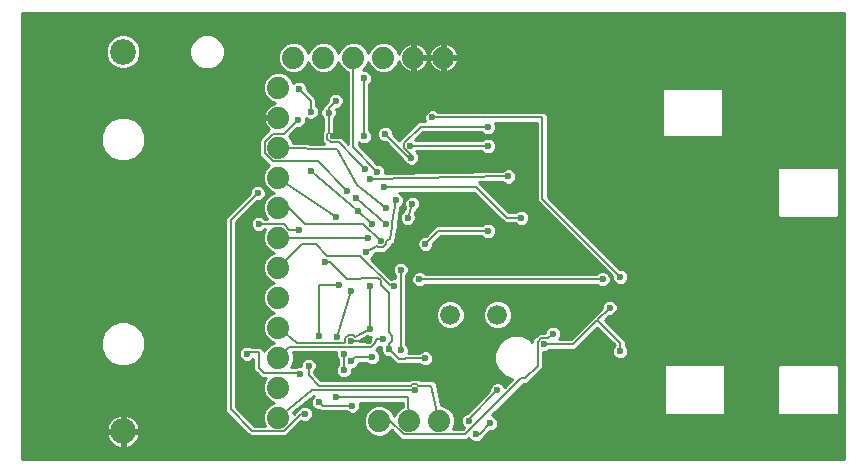
<source format=gbl>
G75*
%MOIN*%
%OFA0B0*%
%FSLAX25Y25*%
%IPPOS*%
%LPD*%
%AMOC8*
5,1,8,0,0,1.08239X$1,22.5*
%
%ADD10C,0.07400*%
%ADD11C,0.06600*%
%ADD12C,0.08600*%
%ADD13C,0.02362*%
%ADD14C,0.00600*%
%ADD15C,0.01000*%
%ADD16C,0.01772*%
D10*
X0088705Y0018315D03*
X0088705Y0028315D03*
X0088705Y0038315D03*
X0088705Y0048315D03*
X0088705Y0058315D03*
X0088705Y0068315D03*
X0088705Y0078315D03*
X0088705Y0088315D03*
X0088705Y0098315D03*
X0088705Y0108315D03*
X0088705Y0118315D03*
X0088705Y0128315D03*
X0093705Y0138315D03*
X0103705Y0138315D03*
X0113705Y0138315D03*
X0123705Y0138315D03*
X0133705Y0138315D03*
X0143705Y0138315D03*
X0142366Y0017173D03*
X0132366Y0017173D03*
X0122366Y0017173D03*
D11*
X0145988Y0052606D03*
X0161736Y0052606D03*
D12*
X0036933Y0013768D03*
X0036933Y0140264D03*
D13*
X0095201Y0117567D03*
X0099531Y0120323D03*
X0105437Y0119929D03*
X0107799Y0123866D03*
X0095594Y0127803D03*
X0117248Y0131346D03*
X0140083Y0118354D03*
X0132602Y0108906D03*
X0132996Y0104969D03*
X0121579Y0100244D03*
X0119217Y0097882D03*
X0117642Y0101031D03*
X0123941Y0095126D03*
X0127878Y0090795D03*
X0124728Y0088039D03*
X0124728Y0082921D03*
X0120004Y0082921D03*
X0115160Y0087113D03*
X0114492Y0091583D03*
X0111736Y0093945D03*
X0099531Y0100638D03*
X0107012Y0112055D03*
X0111343Y0112055D03*
X0117248Y0112055D03*
X0124335Y0112843D03*
X0158587Y0115205D03*
X0158587Y0108906D03*
X0165280Y0098669D03*
X0169610Y0084890D03*
X0158587Y0080559D03*
X0137720Y0076228D03*
X0131815Y0084890D03*
X0133390Y0089614D03*
X0118429Y0078197D03*
X0122760Y0077016D03*
X0118035Y0073472D03*
X0129453Y0067567D03*
X0135752Y0064417D03*
X0127091Y0062055D03*
X0119217Y0062055D03*
X0112917Y0060480D03*
X0108980Y0062420D03*
X0104256Y0070323D03*
X0095599Y0080953D03*
X0107799Y0085283D03*
X0082209Y0082921D03*
X0081815Y0093157D03*
X0119217Y0047882D03*
X0118823Y0043945D03*
X0123547Y0044339D03*
X0125516Y0041189D03*
X0129453Y0040795D03*
X0137720Y0038039D03*
X0146382Y0042370D03*
X0146382Y0026622D03*
X0157012Y0026622D03*
X0161736Y0027409D03*
X0159374Y0016386D03*
X0154650Y0012843D03*
X0152287Y0017173D03*
X0134177Y0027409D03*
X0120004Y0038433D03*
X0112917Y0037252D03*
X0110555Y0039614D03*
X0112917Y0043945D03*
X0108193Y0045126D03*
X0102287Y0045520D03*
X0098801Y0035620D03*
X0096062Y0032882D03*
X0107799Y0025047D03*
X0102287Y0023472D03*
X0097563Y0019535D03*
X0097169Y0015598D03*
X0097169Y0008906D03*
X0113311Y0022291D03*
X0110555Y0034102D03*
X0078272Y0039614D03*
X0177091Y0042764D03*
X0180240Y0046307D03*
X0199138Y0054969D03*
X0196776Y0064417D03*
X0202681Y0065205D03*
X0202681Y0040402D03*
D14*
X0202681Y0043157D01*
X0195004Y0050835D01*
X0199138Y0054969D01*
X0195004Y0050835D02*
X0186933Y0042764D01*
X0177091Y0042764D01*
X0176273Y0044737D02*
X0178670Y0044737D01*
X0180240Y0046307D01*
X0176273Y0044737D02*
X0175117Y0043581D01*
X0175117Y0035625D01*
X0170932Y0031440D01*
X0169704Y0031440D01*
X0150945Y0012681D01*
X0130505Y0012681D01*
X0126013Y0017173D01*
X0122366Y0017173D01*
X0113311Y0022291D02*
X0103469Y0022291D01*
X0102287Y0023472D01*
X0099925Y0027409D02*
X0134177Y0027409D01*
X0132961Y0028984D02*
X0102287Y0028984D01*
X0098801Y0032471D01*
X0098801Y0035620D01*
X0096062Y0032882D02*
X0095629Y0033315D01*
X0083783Y0033315D01*
X0082209Y0034890D01*
X0082209Y0040008D01*
X0078665Y0040008D01*
X0078272Y0039614D01*
X0088705Y0038315D02*
X0092361Y0041972D01*
X0119640Y0041972D01*
X0120796Y0043128D01*
X0120796Y0043556D01*
X0121579Y0044339D01*
X0121220Y0044339D01*
X0121579Y0044339D02*
X0123547Y0044339D01*
X0125516Y0042729D02*
X0126702Y0043915D01*
X0126702Y0045550D01*
X0125516Y0046735D01*
X0125516Y0059693D01*
X0122760Y0062449D01*
X0122760Y0064024D01*
X0121968Y0064816D01*
X0116431Y0064816D01*
X0116032Y0064417D01*
X0111736Y0064417D01*
X0105831Y0070323D01*
X0104256Y0070323D01*
X0105039Y0072296D02*
X0101106Y0076228D01*
X0096618Y0076228D01*
X0088705Y0068315D01*
X0102287Y0062449D02*
X0102287Y0045520D01*
X0106807Y0043064D02*
X0094998Y0043064D01*
X0089138Y0047882D01*
X0088705Y0048315D01*
X0106807Y0043064D02*
X0110555Y0043157D01*
X0110944Y0043370D01*
X0110944Y0044762D01*
X0112100Y0045918D01*
X0113735Y0045918D01*
X0114399Y0045254D01*
X0119217Y0047882D01*
X0119217Y0059693D01*
X0119217Y0057724D01*
X0119217Y0059693D02*
X0119217Y0062055D01*
X0112917Y0060480D02*
X0108193Y0045126D01*
X0112917Y0043945D02*
X0118823Y0043945D01*
X0125516Y0042729D02*
X0125516Y0041189D01*
X0128803Y0037902D01*
X0130895Y0037902D01*
X0131032Y0038039D01*
X0137720Y0038039D01*
X0129453Y0040795D02*
X0129453Y0067567D01*
X0135752Y0064417D02*
X0196776Y0064417D01*
X0202681Y0065205D02*
X0176697Y0091189D01*
X0176697Y0118354D01*
X0140083Y0118354D01*
X0136111Y0115205D02*
X0130629Y0109723D01*
X0130629Y0108088D01*
X0132996Y0105721D01*
X0132996Y0104969D01*
X0132209Y0104969D01*
X0124335Y0112843D01*
X0117248Y0112055D02*
X0117248Y0131346D01*
X0113705Y0138315D02*
X0113705Y0108512D01*
X0121579Y0100244D01*
X0119217Y0097882D02*
X0165280Y0098669D01*
X0154650Y0095126D02*
X0124728Y0095126D01*
X0124335Y0095520D01*
X0123941Y0095126D01*
X0127878Y0090795D02*
X0126702Y0083031D01*
X0126702Y0082104D01*
X0126536Y0081938D01*
X0125909Y0077803D01*
X0124733Y0077150D01*
X0124733Y0076198D01*
X0123577Y0075043D01*
X0121942Y0075043D01*
X0121585Y0075400D01*
X0118035Y0073472D01*
X0116032Y0072296D02*
X0105039Y0072296D01*
X0116032Y0072296D02*
X0125879Y0062449D01*
X0127091Y0062055D01*
X0108980Y0062420D02*
X0102316Y0062420D01*
X0102287Y0062449D01*
X0116873Y0082902D02*
X0122760Y0077016D01*
X0118429Y0078197D02*
X0088705Y0078315D01*
X0092420Y0080953D02*
X0095599Y0080953D01*
X0097612Y0082902D02*
X0092199Y0088315D01*
X0088705Y0088315D01*
X0081815Y0093157D02*
X0072760Y0084102D01*
X0072760Y0021110D01*
X0080047Y0013823D01*
X0090565Y0013823D01*
X0096278Y0019535D01*
X0097563Y0019535D01*
X0097169Y0015598D02*
X0097169Y0008906D01*
X0088705Y0018315D02*
X0099925Y0027409D01*
X0107799Y0025047D02*
X0131815Y0025047D01*
X0132366Y0017173D01*
X0142366Y0017173D02*
X0139689Y0028984D01*
X0135393Y0028984D01*
X0134995Y0029383D01*
X0133360Y0029383D01*
X0132961Y0028984D01*
X0146382Y0026622D02*
X0157012Y0026622D01*
X0161736Y0027409D02*
X0152287Y0017961D01*
X0152287Y0017173D01*
X0154650Y0012843D02*
X0155831Y0012843D01*
X0159374Y0016386D01*
X0146382Y0026622D02*
X0146382Y0042370D01*
X0120004Y0038433D02*
X0114098Y0038433D01*
X0112917Y0037252D01*
X0110555Y0039614D02*
X0110555Y0034102D01*
X0137720Y0076228D02*
X0142051Y0080559D01*
X0158587Y0080559D01*
X0164886Y0084890D02*
X0154650Y0095126D01*
X0164886Y0084890D02*
X0169610Y0084890D01*
X0133390Y0089614D02*
X0131815Y0084890D01*
X0124728Y0082921D02*
X0114492Y0091583D01*
X0111736Y0093945D02*
X0101966Y0103715D01*
X0086799Y0103715D01*
X0084105Y0106410D01*
X0084105Y0110220D01*
X0086799Y0112915D01*
X0090549Y0112915D01*
X0095201Y0117567D01*
X0099531Y0120323D02*
X0099531Y0123866D01*
X0095594Y0127803D01*
X0105437Y0121504D02*
X0107799Y0123866D01*
X0105437Y0121504D02*
X0105437Y0119929D01*
X0105437Y0113271D01*
X0105039Y0112872D01*
X0105039Y0111238D01*
X0106194Y0110082D01*
X0108985Y0110082D01*
X0114376Y0104446D01*
X0117642Y0101031D01*
X0114886Y0095913D02*
X0124728Y0088039D01*
X0120004Y0082921D02*
X0115160Y0087113D01*
X0099531Y0100638D01*
X0088744Y0098276D02*
X0088705Y0098315D01*
X0107799Y0085283D01*
X0116873Y0082902D02*
X0097612Y0082902D01*
X0092420Y0080953D02*
X0090565Y0082807D01*
X0082323Y0082807D01*
X0082209Y0082921D01*
X0114886Y0095913D02*
X0108193Y0107724D01*
X0088705Y0108315D01*
X0107012Y0112055D02*
X0111343Y0112055D01*
X0132602Y0108906D02*
X0158587Y0108906D01*
X0158587Y0115205D02*
X0136111Y0115205D01*
D15*
X0003300Y0153169D02*
X0003300Y0004406D01*
X0277259Y0004406D01*
X0277259Y0153169D01*
X0003300Y0153169D01*
X0003300Y0152805D02*
X0277259Y0152805D01*
X0277259Y0151807D02*
X0003300Y0151807D01*
X0003300Y0150808D02*
X0277259Y0150808D01*
X0277259Y0149810D02*
X0003300Y0149810D01*
X0003300Y0148811D02*
X0277259Y0148811D01*
X0277259Y0147813D02*
X0003300Y0147813D01*
X0003300Y0146814D02*
X0277259Y0146814D01*
X0277259Y0145816D02*
X0067015Y0145816D01*
X0066105Y0146193D02*
X0063746Y0146193D01*
X0061567Y0145290D01*
X0059899Y0143622D01*
X0058996Y0141443D01*
X0058996Y0139084D01*
X0059899Y0136905D01*
X0061567Y0135237D01*
X0063746Y0134335D01*
X0066105Y0134335D01*
X0068284Y0135237D01*
X0069952Y0136905D01*
X0070854Y0139084D01*
X0070854Y0141443D01*
X0069952Y0143622D01*
X0068284Y0145290D01*
X0066105Y0146193D01*
X0068757Y0144817D02*
X0277259Y0144817D01*
X0277259Y0143819D02*
X0069755Y0143819D01*
X0070284Y0142820D02*
X0090993Y0142820D01*
X0090759Y0142723D02*
X0089296Y0141261D01*
X0088505Y0139349D01*
X0088505Y0137281D01*
X0089296Y0135369D01*
X0090759Y0133907D01*
X0092670Y0133115D01*
X0094739Y0133115D01*
X0096650Y0133907D01*
X0098113Y0135369D01*
X0098705Y0136798D01*
X0099296Y0135369D01*
X0100759Y0133907D01*
X0102670Y0133115D01*
X0104739Y0133115D01*
X0106650Y0133907D01*
X0108113Y0135369D01*
X0108705Y0136798D01*
X0109296Y0135369D01*
X0110759Y0133907D01*
X0111905Y0133432D01*
X0111905Y0109634D01*
X0110785Y0110804D01*
X0110785Y0110827D01*
X0110272Y0111341D01*
X0109770Y0111865D01*
X0109747Y0111865D01*
X0109731Y0111882D01*
X0109005Y0111882D01*
X0108280Y0111898D01*
X0108263Y0111882D01*
X0106940Y0111882D01*
X0106839Y0111983D01*
X0106839Y0112127D01*
X0107237Y0112525D01*
X0107237Y0117937D01*
X0107710Y0118410D01*
X0108118Y0119396D01*
X0108118Y0120462D01*
X0107819Y0121185D01*
X0108333Y0121185D01*
X0109318Y0121593D01*
X0110072Y0122347D01*
X0110480Y0123333D01*
X0110480Y0124399D01*
X0110072Y0125385D01*
X0109318Y0126139D01*
X0108333Y0126547D01*
X0107266Y0126547D01*
X0106280Y0126139D01*
X0105526Y0125385D01*
X0105118Y0124399D01*
X0105118Y0123731D01*
X0103637Y0122250D01*
X0103637Y0121921D01*
X0103164Y0121448D01*
X0102756Y0120462D01*
X0102756Y0119396D01*
X0103164Y0118410D01*
X0103637Y0117937D01*
X0103637Y0114016D01*
X0103239Y0113618D01*
X0103239Y0110492D01*
X0104081Y0109650D01*
X0093649Y0109966D01*
X0093113Y0111261D01*
X0092277Y0112097D01*
X0095065Y0114886D01*
X0095734Y0114886D01*
X0096720Y0115294D01*
X0097474Y0116048D01*
X0097882Y0117034D01*
X0097882Y0118100D01*
X0097825Y0118238D01*
X0098013Y0118050D01*
X0098998Y0117642D01*
X0100065Y0117642D01*
X0101050Y0118050D01*
X0101804Y0118804D01*
X0102213Y0119790D01*
X0102213Y0120856D01*
X0101804Y0121842D01*
X0101331Y0122314D01*
X0101331Y0124612D01*
X0098276Y0127668D01*
X0098276Y0128336D01*
X0097867Y0129322D01*
X0097113Y0130076D01*
X0096128Y0130484D01*
X0095061Y0130484D01*
X0094076Y0130076D01*
X0093742Y0129742D01*
X0093113Y0131261D01*
X0091650Y0132723D01*
X0089739Y0133515D01*
X0087670Y0133515D01*
X0085759Y0132723D01*
X0084296Y0131261D01*
X0083505Y0129349D01*
X0083505Y0127281D01*
X0084296Y0125369D01*
X0085759Y0123907D01*
X0087524Y0123175D01*
X0086790Y0122937D01*
X0086091Y0122581D01*
X0085456Y0122119D01*
X0084901Y0121564D01*
X0084439Y0120929D01*
X0084083Y0120229D01*
X0083840Y0119483D01*
X0083734Y0118815D01*
X0088205Y0118815D01*
X0088205Y0117815D01*
X0083734Y0117815D01*
X0083840Y0117147D01*
X0084083Y0116400D01*
X0084439Y0115701D01*
X0084901Y0115066D01*
X0085456Y0114511D01*
X0085684Y0114345D01*
X0084999Y0113661D01*
X0082305Y0110966D01*
X0082305Y0105664D01*
X0083359Y0104610D01*
X0084999Y0102969D01*
X0085502Y0102466D01*
X0084296Y0101261D01*
X0083505Y0099349D01*
X0083505Y0097281D01*
X0084296Y0095369D01*
X0085759Y0093907D01*
X0087188Y0093315D01*
X0085759Y0092723D01*
X0084296Y0091261D01*
X0083505Y0089349D01*
X0083505Y0087281D01*
X0084296Y0085369D01*
X0085059Y0084607D01*
X0084314Y0084607D01*
X0083727Y0085194D01*
X0082742Y0085602D01*
X0081675Y0085602D01*
X0080690Y0085194D01*
X0079936Y0084440D01*
X0079528Y0083455D01*
X0079528Y0082388D01*
X0079936Y0081403D01*
X0080690Y0080648D01*
X0081675Y0080240D01*
X0082742Y0080240D01*
X0083727Y0080648D01*
X0084086Y0081007D01*
X0084191Y0081007D01*
X0083505Y0079349D01*
X0083505Y0077281D01*
X0084296Y0075369D01*
X0085759Y0073907D01*
X0087188Y0073315D01*
X0085759Y0072723D01*
X0084296Y0071261D01*
X0083505Y0069349D01*
X0083505Y0067281D01*
X0084296Y0065369D01*
X0085759Y0063907D01*
X0087188Y0063315D01*
X0085759Y0062723D01*
X0084296Y0061261D01*
X0083505Y0059349D01*
X0083505Y0057281D01*
X0084296Y0055369D01*
X0085759Y0053907D01*
X0087188Y0053315D01*
X0085759Y0052723D01*
X0084296Y0051261D01*
X0083505Y0049349D01*
X0083505Y0047281D01*
X0084296Y0045369D01*
X0085759Y0043907D01*
X0087188Y0043315D01*
X0085759Y0042723D01*
X0084296Y0041261D01*
X0084009Y0040566D01*
X0084009Y0040753D01*
X0082954Y0041808D01*
X0079870Y0041808D01*
X0079790Y0041887D01*
X0078805Y0042295D01*
X0077738Y0042295D01*
X0076753Y0041887D01*
X0075999Y0041133D01*
X0075591Y0040147D01*
X0075591Y0039081D01*
X0075999Y0038095D01*
X0076753Y0037341D01*
X0077738Y0036933D01*
X0078805Y0036933D01*
X0079790Y0037341D01*
X0080409Y0037960D01*
X0080409Y0034144D01*
X0081463Y0033090D01*
X0083038Y0031515D01*
X0084551Y0031515D01*
X0084296Y0031261D01*
X0083505Y0029349D01*
X0083505Y0027281D01*
X0084296Y0025369D01*
X0085759Y0023907D01*
X0087188Y0023315D01*
X0085759Y0022723D01*
X0084296Y0021261D01*
X0083505Y0019349D01*
X0083505Y0017281D01*
X0084191Y0015623D01*
X0080793Y0015623D01*
X0074560Y0021856D01*
X0074560Y0083357D01*
X0081679Y0090476D01*
X0082348Y0090476D01*
X0083334Y0090885D01*
X0084088Y0091639D01*
X0084496Y0092624D01*
X0084496Y0093691D01*
X0084088Y0094676D01*
X0083334Y0095430D01*
X0082348Y0095839D01*
X0081282Y0095839D01*
X0080296Y0095430D01*
X0079542Y0094676D01*
X0079134Y0093691D01*
X0079134Y0093022D01*
X0070960Y0084848D01*
X0070960Y0020365D01*
X0072014Y0019310D01*
X0079302Y0012023D01*
X0091311Y0012023D01*
X0092365Y0013077D01*
X0096402Y0017114D01*
X0097030Y0016854D01*
X0098096Y0016854D01*
X0099082Y0017263D01*
X0099836Y0018017D01*
X0100244Y0019002D01*
X0100244Y0020069D01*
X0099836Y0021054D01*
X0099082Y0021808D01*
X0098096Y0022217D01*
X0097030Y0022217D01*
X0096044Y0021808D01*
X0095571Y0021335D01*
X0095532Y0021335D01*
X0093800Y0019603D01*
X0093637Y0019996D01*
X0100563Y0025609D01*
X0100633Y0025609D01*
X0100014Y0024991D01*
X0099606Y0024006D01*
X0099606Y0022939D01*
X0100014Y0021954D01*
X0100769Y0021200D01*
X0101754Y0020791D01*
X0102423Y0020791D01*
X0102723Y0020491D01*
X0111319Y0020491D01*
X0111792Y0020018D01*
X0112778Y0019610D01*
X0113844Y0019610D01*
X0114830Y0020018D01*
X0115584Y0020773D01*
X0115992Y0021758D01*
X0115992Y0022825D01*
X0115817Y0023247D01*
X0130137Y0023247D01*
X0130230Y0021917D01*
X0129421Y0021582D01*
X0127958Y0020119D01*
X0127366Y0018690D01*
X0126774Y0020119D01*
X0125312Y0021582D01*
X0123400Y0022373D01*
X0121332Y0022373D01*
X0119421Y0021582D01*
X0117958Y0020119D01*
X0117166Y0018208D01*
X0117166Y0016139D01*
X0117958Y0014228D01*
X0119421Y0012765D01*
X0121332Y0011973D01*
X0123400Y0011973D01*
X0125312Y0012765D01*
X0126594Y0014047D01*
X0128705Y0011936D01*
X0129760Y0010881D01*
X0151690Y0010881D01*
X0152305Y0011496D01*
X0152377Y0011324D01*
X0153131Y0010570D01*
X0154116Y0010161D01*
X0155183Y0010161D01*
X0156168Y0010570D01*
X0156923Y0011324D01*
X0156968Y0011435D01*
X0159238Y0013705D01*
X0159907Y0013705D01*
X0160893Y0014113D01*
X0161647Y0014867D01*
X0162055Y0015853D01*
X0162055Y0016919D01*
X0161647Y0017905D01*
X0160893Y0018659D01*
X0159907Y0019067D01*
X0159876Y0019067D01*
X0170450Y0029640D01*
X0171678Y0029640D01*
X0175863Y0033825D01*
X0176917Y0034880D01*
X0176917Y0040083D01*
X0177624Y0040083D01*
X0178609Y0040491D01*
X0179082Y0040964D01*
X0187679Y0040964D01*
X0195004Y0048289D01*
X0200881Y0042412D01*
X0200881Y0042393D01*
X0200408Y0041920D01*
X0200000Y0040935D01*
X0200000Y0039868D01*
X0200408Y0038883D01*
X0201162Y0038129D01*
X0202148Y0037720D01*
X0203214Y0037720D01*
X0204200Y0038129D01*
X0204954Y0038883D01*
X0205362Y0039868D01*
X0205362Y0040935D01*
X0204954Y0041920D01*
X0204481Y0042393D01*
X0204481Y0043903D01*
X0197550Y0050835D01*
X0199002Y0052287D01*
X0199671Y0052287D01*
X0200657Y0052696D01*
X0201411Y0053450D01*
X0201819Y0054435D01*
X0201819Y0055502D01*
X0201411Y0056487D01*
X0200657Y0057241D01*
X0199671Y0057650D01*
X0198604Y0057650D01*
X0197619Y0057241D01*
X0196865Y0056487D01*
X0196457Y0055502D01*
X0196457Y0054833D01*
X0194258Y0052635D01*
X0193204Y0051580D01*
X0186187Y0044564D01*
X0182288Y0044564D01*
X0182513Y0044788D01*
X0182921Y0045774D01*
X0182921Y0046840D01*
X0182513Y0047826D01*
X0181759Y0048580D01*
X0180773Y0048988D01*
X0179707Y0048988D01*
X0178721Y0048580D01*
X0177967Y0047826D01*
X0177559Y0046840D01*
X0177559Y0046537D01*
X0175528Y0046537D01*
X0174473Y0045483D01*
X0174372Y0045381D01*
X0173317Y0044327D01*
X0173317Y0043624D01*
X0172230Y0044711D01*
X0169508Y0045839D01*
X0166562Y0045839D01*
X0163841Y0044711D01*
X0161757Y0042628D01*
X0160630Y0039906D01*
X0160630Y0036960D01*
X0161757Y0034238D01*
X0163841Y0032155D01*
X0166562Y0031028D01*
X0166746Y0031028D01*
X0164196Y0028478D01*
X0164009Y0028928D01*
X0163255Y0029682D01*
X0162270Y0030091D01*
X0161203Y0030091D01*
X0160217Y0029682D01*
X0159463Y0028928D01*
X0159055Y0027943D01*
X0159055Y0027274D01*
X0151552Y0019770D01*
X0150769Y0019446D01*
X0150014Y0018692D01*
X0149606Y0017707D01*
X0149606Y0016640D01*
X0150014Y0015655D01*
X0150694Y0014975D01*
X0150199Y0014481D01*
X0146879Y0014481D01*
X0147566Y0016139D01*
X0147566Y0018208D01*
X0146774Y0020119D01*
X0145312Y0021582D01*
X0143400Y0022373D01*
X0143033Y0022373D01*
X0141489Y0029186D01*
X0141489Y0029730D01*
X0141329Y0029889D01*
X0141280Y0030109D01*
X0140819Y0030399D01*
X0140435Y0030784D01*
X0140209Y0030784D01*
X0140018Y0030905D01*
X0139488Y0030784D01*
X0136139Y0030784D01*
X0135740Y0031183D01*
X0132614Y0031183D01*
X0132216Y0030784D01*
X0103033Y0030784D01*
X0100601Y0033216D01*
X0100601Y0033629D01*
X0101074Y0034102D01*
X0101482Y0035087D01*
X0101482Y0036154D01*
X0101074Y0037139D01*
X0100320Y0037893D01*
X0099334Y0038302D01*
X0098267Y0038302D01*
X0097282Y0037893D01*
X0096528Y0037139D01*
X0096120Y0036154D01*
X0096120Y0035563D01*
X0095529Y0035563D01*
X0094544Y0035155D01*
X0094504Y0035115D01*
X0092859Y0035115D01*
X0093113Y0035369D01*
X0093905Y0037281D01*
X0093905Y0039349D01*
X0093564Y0040172D01*
X0107884Y0040172D01*
X0107874Y0040147D01*
X0107874Y0039081D01*
X0108282Y0038095D01*
X0108755Y0037623D01*
X0108755Y0036094D01*
X0108282Y0035621D01*
X0107874Y0034636D01*
X0107874Y0033569D01*
X0108282Y0032584D01*
X0109036Y0031829D01*
X0110022Y0031421D01*
X0111088Y0031421D01*
X0112074Y0031829D01*
X0112828Y0032584D01*
X0113236Y0033569D01*
X0113236Y0034571D01*
X0113451Y0034571D01*
X0114436Y0034979D01*
X0115190Y0035733D01*
X0115563Y0036633D01*
X0118012Y0036633D01*
X0118485Y0036160D01*
X0119471Y0035752D01*
X0120537Y0035752D01*
X0121523Y0036160D01*
X0122277Y0036914D01*
X0122685Y0037900D01*
X0122685Y0038966D01*
X0122277Y0039952D01*
X0121523Y0040706D01*
X0121097Y0040882D01*
X0122206Y0041992D01*
X0122838Y0041730D01*
X0122835Y0041722D01*
X0122835Y0040656D01*
X0123243Y0039670D01*
X0123997Y0038916D01*
X0124982Y0038508D01*
X0125651Y0038508D01*
X0128057Y0036102D01*
X0131640Y0036102D01*
X0131778Y0036239D01*
X0135729Y0036239D01*
X0136202Y0035766D01*
X0137187Y0035358D01*
X0138254Y0035358D01*
X0139239Y0035766D01*
X0139993Y0036521D01*
X0140402Y0037506D01*
X0140402Y0038573D01*
X0139993Y0039558D01*
X0139239Y0040312D01*
X0138254Y0040720D01*
X0137187Y0040720D01*
X0136202Y0040312D01*
X0135729Y0039839D01*
X0131959Y0039839D01*
X0132134Y0040262D01*
X0132134Y0041329D01*
X0131726Y0042314D01*
X0131253Y0042787D01*
X0131253Y0065575D01*
X0131726Y0066048D01*
X0132134Y0067034D01*
X0132134Y0068100D01*
X0131726Y0069086D01*
X0130971Y0069840D01*
X0129986Y0070248D01*
X0128919Y0070248D01*
X0127934Y0069840D01*
X0127180Y0069086D01*
X0126772Y0068100D01*
X0126772Y0067034D01*
X0127180Y0066048D01*
X0127653Y0065575D01*
X0127653Y0064724D01*
X0127624Y0064736D01*
X0126557Y0064736D01*
X0126260Y0064613D01*
X0119614Y0071259D01*
X0120308Y0071954D01*
X0120685Y0072863D01*
X0121383Y0073243D01*
X0124323Y0073243D01*
X0125377Y0074297D01*
X0126533Y0075453D01*
X0126533Y0076027D01*
X0126884Y0076286D01*
X0127435Y0076592D01*
X0127472Y0076718D01*
X0127577Y0076796D01*
X0127672Y0077420D01*
X0127845Y0078026D01*
X0127781Y0078141D01*
X0128227Y0081084D01*
X0128502Y0081358D01*
X0128502Y0082896D01*
X0129351Y0088504D01*
X0129397Y0088522D01*
X0130151Y0089277D01*
X0130559Y0090262D01*
X0130559Y0091329D01*
X0130151Y0092314D01*
X0129397Y0093068D01*
X0128774Y0093326D01*
X0153904Y0093326D01*
X0164140Y0083090D01*
X0167619Y0083090D01*
X0168092Y0082617D01*
X0169077Y0082209D01*
X0170144Y0082209D01*
X0171129Y0082617D01*
X0171883Y0083371D01*
X0172291Y0084356D01*
X0172291Y0085423D01*
X0171883Y0086408D01*
X0171129Y0087163D01*
X0170144Y0087571D01*
X0169077Y0087571D01*
X0168092Y0087163D01*
X0167619Y0086690D01*
X0165631Y0086690D01*
X0156450Y0095872D01*
X0155617Y0096704D01*
X0163322Y0096836D01*
X0163761Y0096396D01*
X0164746Y0095988D01*
X0165813Y0095988D01*
X0166798Y0096396D01*
X0167552Y0097151D01*
X0167961Y0098136D01*
X0167961Y0099203D01*
X0167552Y0100188D01*
X0166798Y0100942D01*
X0165813Y0101350D01*
X0164746Y0101350D01*
X0163761Y0100942D01*
X0163254Y0100435D01*
X0124260Y0099768D01*
X0124260Y0100777D01*
X0123852Y0101763D01*
X0123097Y0102517D01*
X0122112Y0102925D01*
X0121511Y0102925D01*
X0115505Y0109232D01*
X0115505Y0110007D01*
X0115729Y0109782D01*
X0116715Y0109374D01*
X0117781Y0109374D01*
X0118767Y0109782D01*
X0119521Y0110536D01*
X0119929Y0111522D01*
X0119929Y0112588D01*
X0119521Y0113574D01*
X0119048Y0114047D01*
X0119048Y0129355D01*
X0119521Y0129828D01*
X0119929Y0130813D01*
X0119929Y0131880D01*
X0119521Y0132865D01*
X0118767Y0133619D01*
X0117781Y0134028D01*
X0116771Y0134028D01*
X0118113Y0135369D01*
X0118705Y0136798D01*
X0119296Y0135369D01*
X0120759Y0133907D01*
X0122670Y0133115D01*
X0124739Y0133115D01*
X0126650Y0133907D01*
X0128113Y0135369D01*
X0128844Y0137135D01*
X0129083Y0136400D01*
X0129439Y0135701D01*
X0129901Y0135066D01*
X0130456Y0134511D01*
X0131091Y0134049D01*
X0131790Y0133693D01*
X0132537Y0133450D01*
X0133205Y0133345D01*
X0133205Y0137815D01*
X0134205Y0137815D01*
X0134205Y0138815D01*
X0138675Y0138815D01*
X0138569Y0139483D01*
X0138327Y0140229D01*
X0137970Y0140929D01*
X0137509Y0141564D01*
X0136954Y0142119D01*
X0136319Y0142581D01*
X0135619Y0142937D01*
X0134873Y0143180D01*
X0134205Y0143285D01*
X0134205Y0138815D01*
X0133205Y0138815D01*
X0133205Y0143285D01*
X0132537Y0143180D01*
X0131790Y0142937D01*
X0131091Y0142581D01*
X0130456Y0142119D01*
X0129901Y0141564D01*
X0129439Y0140929D01*
X0129083Y0140229D01*
X0128844Y0139495D01*
X0128113Y0141261D01*
X0126650Y0142723D01*
X0124739Y0143515D01*
X0122670Y0143515D01*
X0120759Y0142723D01*
X0119296Y0141261D01*
X0118705Y0139832D01*
X0118113Y0141261D01*
X0116650Y0142723D01*
X0114739Y0143515D01*
X0112670Y0143515D01*
X0110759Y0142723D01*
X0109296Y0141261D01*
X0108705Y0139832D01*
X0108113Y0141261D01*
X0106650Y0142723D01*
X0104739Y0143515D01*
X0102670Y0143515D01*
X0100759Y0142723D01*
X0099296Y0141261D01*
X0098705Y0139832D01*
X0098113Y0141261D01*
X0096650Y0142723D01*
X0094739Y0143515D01*
X0092670Y0143515D01*
X0090759Y0142723D01*
X0089857Y0141822D02*
X0070698Y0141822D01*
X0070854Y0140823D02*
X0089115Y0140823D01*
X0088702Y0139825D02*
X0070854Y0139825D01*
X0070747Y0138826D02*
X0088505Y0138826D01*
X0088505Y0137828D02*
X0070334Y0137828D01*
X0069876Y0136829D02*
X0088692Y0136829D01*
X0089105Y0135831D02*
X0068877Y0135831D01*
X0067305Y0134832D02*
X0089834Y0134832D01*
X0090936Y0133834D02*
X0003300Y0133834D01*
X0003300Y0134832D02*
X0034890Y0134832D01*
X0035779Y0134464D02*
X0038087Y0134464D01*
X0040219Y0135347D01*
X0041850Y0136978D01*
X0042733Y0139110D01*
X0042733Y0141417D01*
X0041850Y0143549D01*
X0040219Y0145181D01*
X0038087Y0146064D01*
X0035779Y0146064D01*
X0033648Y0145181D01*
X0032016Y0143549D01*
X0031133Y0141417D01*
X0031133Y0139110D01*
X0032016Y0136978D01*
X0033648Y0135347D01*
X0035779Y0134464D01*
X0033164Y0135831D02*
X0003300Y0135831D01*
X0003300Y0136829D02*
X0032165Y0136829D01*
X0031664Y0137828D02*
X0003300Y0137828D01*
X0003300Y0138826D02*
X0031251Y0138826D01*
X0031133Y0139825D02*
X0003300Y0139825D01*
X0003300Y0140823D02*
X0031133Y0140823D01*
X0031300Y0141822D02*
X0003300Y0141822D01*
X0003300Y0142820D02*
X0031714Y0142820D01*
X0032285Y0143819D02*
X0003300Y0143819D01*
X0003300Y0144817D02*
X0033284Y0144817D01*
X0035180Y0145816D02*
X0003300Y0145816D01*
X0003300Y0132835D02*
X0086029Y0132835D01*
X0084872Y0131836D02*
X0003300Y0131836D01*
X0003300Y0130838D02*
X0084121Y0130838D01*
X0083708Y0129839D02*
X0003300Y0129839D01*
X0003300Y0128841D02*
X0083505Y0128841D01*
X0083505Y0127842D02*
X0003300Y0127842D01*
X0003300Y0126844D02*
X0083686Y0126844D01*
X0084099Y0125845D02*
X0003300Y0125845D01*
X0003300Y0124847D02*
X0084819Y0124847D01*
X0085900Y0123848D02*
X0003300Y0123848D01*
X0003300Y0122850D02*
X0086619Y0122850D01*
X0085188Y0121851D02*
X0003300Y0121851D01*
X0003300Y0120853D02*
X0084400Y0120853D01*
X0083961Y0119854D02*
X0003300Y0119854D01*
X0003300Y0118856D02*
X0083741Y0118856D01*
X0083934Y0116859D02*
X0041657Y0116859D01*
X0041128Y0117388D02*
X0038406Y0118516D01*
X0035460Y0118516D01*
X0032738Y0117388D01*
X0030655Y0115305D01*
X0029528Y0112583D01*
X0029528Y0109637D01*
X0030655Y0106915D01*
X0032738Y0104832D01*
X0035460Y0103705D01*
X0038406Y0103705D01*
X0041128Y0104832D01*
X0043211Y0106915D01*
X0044339Y0109637D01*
X0044339Y0112583D01*
X0043211Y0115305D01*
X0041128Y0117388D01*
X0039996Y0117857D02*
X0088205Y0117857D01*
X0084358Y0115860D02*
X0042656Y0115860D01*
X0043395Y0114862D02*
X0085105Y0114862D01*
X0085202Y0113863D02*
X0043808Y0113863D01*
X0044222Y0112865D02*
X0084204Y0112865D01*
X0083205Y0111866D02*
X0044339Y0111866D01*
X0044339Y0110868D02*
X0082305Y0110868D01*
X0082305Y0109869D02*
X0044339Y0109869D01*
X0044021Y0108871D02*
X0082305Y0108871D01*
X0082305Y0107872D02*
X0043607Y0107872D01*
X0043170Y0106874D02*
X0082305Y0106874D01*
X0082305Y0105875D02*
X0042171Y0105875D01*
X0041172Y0104877D02*
X0083092Y0104877D01*
X0084091Y0103878D02*
X0038825Y0103878D01*
X0035041Y0103878D02*
X0003300Y0103878D01*
X0003300Y0102880D02*
X0085089Y0102880D01*
X0084917Y0101881D02*
X0003300Y0101881D01*
X0003300Y0100883D02*
X0084140Y0100883D01*
X0083726Y0099884D02*
X0003300Y0099884D01*
X0003300Y0098886D02*
X0083505Y0098886D01*
X0083505Y0097887D02*
X0003300Y0097887D01*
X0003300Y0096889D02*
X0083667Y0096889D01*
X0084081Y0095890D02*
X0003300Y0095890D01*
X0003300Y0094892D02*
X0079757Y0094892D01*
X0079218Y0093893D02*
X0003300Y0093893D01*
X0003300Y0092895D02*
X0079006Y0092895D01*
X0078008Y0091896D02*
X0003300Y0091896D01*
X0003300Y0090898D02*
X0077009Y0090898D01*
X0076011Y0089899D02*
X0003300Y0089899D01*
X0003300Y0088900D02*
X0075012Y0088900D01*
X0074014Y0087902D02*
X0003300Y0087902D01*
X0003300Y0086903D02*
X0073015Y0086903D01*
X0072017Y0085905D02*
X0003300Y0085905D01*
X0003300Y0084906D02*
X0071018Y0084906D01*
X0070960Y0083908D02*
X0003300Y0083908D01*
X0003300Y0082909D02*
X0070960Y0082909D01*
X0070960Y0081911D02*
X0003300Y0081911D01*
X0003300Y0080912D02*
X0070960Y0080912D01*
X0070960Y0079914D02*
X0003300Y0079914D01*
X0003300Y0078915D02*
X0070960Y0078915D01*
X0070960Y0077917D02*
X0003300Y0077917D01*
X0003300Y0076918D02*
X0070960Y0076918D01*
X0070960Y0075920D02*
X0003300Y0075920D01*
X0003300Y0074921D02*
X0070960Y0074921D01*
X0070960Y0073923D02*
X0003300Y0073923D01*
X0003300Y0072924D02*
X0070960Y0072924D01*
X0070960Y0071926D02*
X0003300Y0071926D01*
X0003300Y0070927D02*
X0070960Y0070927D01*
X0070960Y0069929D02*
X0003300Y0069929D01*
X0003300Y0068930D02*
X0070960Y0068930D01*
X0070960Y0067932D02*
X0003300Y0067932D01*
X0003300Y0066933D02*
X0070960Y0066933D01*
X0070960Y0065935D02*
X0003300Y0065935D01*
X0003300Y0064936D02*
X0070960Y0064936D01*
X0070960Y0063938D02*
X0003300Y0063938D01*
X0003300Y0062939D02*
X0070960Y0062939D01*
X0070960Y0061941D02*
X0003300Y0061941D01*
X0003300Y0060942D02*
X0070960Y0060942D01*
X0070960Y0059944D02*
X0003300Y0059944D01*
X0003300Y0058945D02*
X0070960Y0058945D01*
X0070960Y0057947D02*
X0003300Y0057947D01*
X0003300Y0056948D02*
X0070960Y0056948D01*
X0070960Y0055950D02*
X0003300Y0055950D01*
X0003300Y0054951D02*
X0070960Y0054951D01*
X0070960Y0053953D02*
X0003300Y0053953D01*
X0003300Y0052954D02*
X0070960Y0052954D01*
X0070960Y0051956D02*
X0003300Y0051956D01*
X0003300Y0050957D02*
X0070960Y0050957D01*
X0070960Y0049959D02*
X0039295Y0049959D01*
X0038406Y0050327D02*
X0041128Y0049199D01*
X0043211Y0047116D01*
X0044339Y0044394D01*
X0044339Y0041448D01*
X0043211Y0038726D01*
X0041128Y0036643D01*
X0038406Y0035516D01*
X0035460Y0035516D01*
X0032738Y0036643D01*
X0030655Y0038726D01*
X0029528Y0041448D01*
X0029528Y0044394D01*
X0030655Y0047116D01*
X0032738Y0049199D01*
X0035460Y0050327D01*
X0038406Y0050327D01*
X0041367Y0048960D02*
X0070960Y0048960D01*
X0070960Y0047962D02*
X0042366Y0047962D01*
X0043275Y0046963D02*
X0070960Y0046963D01*
X0070960Y0045965D02*
X0043688Y0045965D01*
X0044102Y0044966D02*
X0070960Y0044966D01*
X0070960Y0043967D02*
X0044339Y0043967D01*
X0044339Y0042969D02*
X0070960Y0042969D01*
X0070960Y0041970D02*
X0044339Y0041970D01*
X0044141Y0040972D02*
X0070960Y0040972D01*
X0070960Y0039973D02*
X0043728Y0039973D01*
X0043314Y0038975D02*
X0070960Y0038975D01*
X0070960Y0037976D02*
X0042461Y0037976D01*
X0041463Y0036978D02*
X0070960Y0036978D01*
X0070960Y0035979D02*
X0039525Y0035979D01*
X0034341Y0035979D02*
X0003300Y0035979D01*
X0003300Y0034981D02*
X0070960Y0034981D01*
X0070960Y0033982D02*
X0003300Y0033982D01*
X0003300Y0032984D02*
X0070960Y0032984D01*
X0070960Y0031985D02*
X0003300Y0031985D01*
X0003300Y0030987D02*
X0070960Y0030987D01*
X0070960Y0029988D02*
X0003300Y0029988D01*
X0003300Y0028990D02*
X0070960Y0028990D01*
X0070960Y0027991D02*
X0003300Y0027991D01*
X0003300Y0026993D02*
X0070960Y0026993D01*
X0070960Y0025994D02*
X0003300Y0025994D01*
X0003300Y0024996D02*
X0070960Y0024996D01*
X0070960Y0023997D02*
X0003300Y0023997D01*
X0003300Y0022999D02*
X0070960Y0022999D01*
X0070960Y0022000D02*
X0003300Y0022000D01*
X0003300Y0021002D02*
X0070960Y0021002D01*
X0071321Y0020003D02*
X0003300Y0020003D01*
X0003300Y0019005D02*
X0034970Y0019005D01*
X0034788Y0018946D02*
X0035625Y0019218D01*
X0036433Y0019346D01*
X0036433Y0014268D01*
X0037433Y0014268D01*
X0037433Y0019346D01*
X0038241Y0019218D01*
X0039078Y0018946D01*
X0039862Y0018546D01*
X0040573Y0018030D01*
X0041195Y0017408D01*
X0041712Y0016696D01*
X0042111Y0015913D01*
X0042383Y0015076D01*
X0042511Y0014268D01*
X0037433Y0014268D01*
X0037433Y0013268D01*
X0042511Y0013268D01*
X0042383Y0012459D01*
X0042111Y0011623D01*
X0041712Y0010839D01*
X0041195Y0010128D01*
X0040573Y0009506D01*
X0039862Y0008989D01*
X0039078Y0008590D01*
X0038241Y0008318D01*
X0037433Y0008190D01*
X0037433Y0013268D01*
X0036433Y0013268D01*
X0031355Y0013268D01*
X0031483Y0012459D01*
X0031755Y0011623D01*
X0032154Y0010839D01*
X0032671Y0010128D01*
X0033293Y0009506D01*
X0034005Y0008989D01*
X0034788Y0008590D01*
X0035625Y0008318D01*
X0036433Y0008190D01*
X0036433Y0013268D01*
X0036433Y0014268D01*
X0031355Y0014268D01*
X0031483Y0015076D01*
X0031755Y0015913D01*
X0032154Y0016696D01*
X0032671Y0017408D01*
X0033293Y0018030D01*
X0034005Y0018546D01*
X0034788Y0018946D01*
X0036433Y0019005D02*
X0037433Y0019005D01*
X0037433Y0018006D02*
X0036433Y0018006D01*
X0036433Y0017008D02*
X0037433Y0017008D01*
X0037433Y0016009D02*
X0036433Y0016009D01*
X0036433Y0015011D02*
X0037433Y0015011D01*
X0037433Y0014012D02*
X0077312Y0014012D01*
X0076314Y0015011D02*
X0042393Y0015011D01*
X0042062Y0016009D02*
X0075315Y0016009D01*
X0074317Y0017008D02*
X0041486Y0017008D01*
X0040596Y0018006D02*
X0073318Y0018006D01*
X0072320Y0019005D02*
X0038896Y0019005D01*
X0033270Y0018006D02*
X0003300Y0018006D01*
X0003300Y0017008D02*
X0032381Y0017008D01*
X0031804Y0016009D02*
X0003300Y0016009D01*
X0003300Y0015011D02*
X0031473Y0015011D01*
X0031395Y0013014D02*
X0003300Y0013014D01*
X0003300Y0014012D02*
X0036433Y0014012D01*
X0036433Y0013014D02*
X0037433Y0013014D01*
X0037433Y0012015D02*
X0036433Y0012015D01*
X0036433Y0011017D02*
X0037433Y0011017D01*
X0037433Y0010018D02*
X0036433Y0010018D01*
X0036433Y0009020D02*
X0037433Y0009020D01*
X0039904Y0009020D02*
X0277259Y0009020D01*
X0277259Y0010018D02*
X0041085Y0010018D01*
X0041802Y0011017D02*
X0129624Y0011017D01*
X0128626Y0012015D02*
X0123502Y0012015D01*
X0121231Y0012015D02*
X0042239Y0012015D01*
X0042471Y0013014D02*
X0078311Y0013014D01*
X0080406Y0016009D02*
X0084031Y0016009D01*
X0083618Y0017008D02*
X0079408Y0017008D01*
X0078409Y0018006D02*
X0083505Y0018006D01*
X0083505Y0019005D02*
X0077411Y0019005D01*
X0076412Y0020003D02*
X0083776Y0020003D01*
X0084189Y0021002D02*
X0075414Y0021002D01*
X0074560Y0022000D02*
X0085036Y0022000D01*
X0086424Y0022999D02*
X0074560Y0022999D01*
X0074560Y0023997D02*
X0085669Y0023997D01*
X0084670Y0024996D02*
X0074560Y0024996D01*
X0074560Y0025994D02*
X0084038Y0025994D01*
X0083624Y0026993D02*
X0074560Y0026993D01*
X0074560Y0027991D02*
X0083505Y0027991D01*
X0083505Y0028990D02*
X0074560Y0028990D01*
X0074560Y0029988D02*
X0083769Y0029988D01*
X0084183Y0030987D02*
X0074560Y0030987D01*
X0074560Y0031985D02*
X0082567Y0031985D01*
X0081569Y0032984D02*
X0074560Y0032984D01*
X0074560Y0033982D02*
X0080570Y0033982D01*
X0080409Y0034981D02*
X0074560Y0034981D01*
X0074560Y0035979D02*
X0080409Y0035979D01*
X0080409Y0036978D02*
X0078913Y0036978D01*
X0077630Y0036978D02*
X0074560Y0036978D01*
X0074560Y0037976D02*
X0076118Y0037976D01*
X0075634Y0038975D02*
X0074560Y0038975D01*
X0074560Y0039973D02*
X0075591Y0039973D01*
X0075932Y0040972D02*
X0074560Y0040972D01*
X0074560Y0041970D02*
X0076954Y0041970D01*
X0074560Y0042969D02*
X0086352Y0042969D01*
X0085698Y0043967D02*
X0074560Y0043967D01*
X0074560Y0044966D02*
X0084700Y0044966D01*
X0084050Y0045965D02*
X0074560Y0045965D01*
X0074560Y0046963D02*
X0083636Y0046963D01*
X0083505Y0047962D02*
X0074560Y0047962D01*
X0074560Y0048960D02*
X0083505Y0048960D01*
X0083757Y0049959D02*
X0074560Y0049959D01*
X0074560Y0050957D02*
X0084171Y0050957D01*
X0084991Y0051956D02*
X0074560Y0051956D01*
X0074560Y0052954D02*
X0086316Y0052954D01*
X0085713Y0053953D02*
X0074560Y0053953D01*
X0074560Y0054951D02*
X0084715Y0054951D01*
X0084056Y0055950D02*
X0074560Y0055950D01*
X0074560Y0056948D02*
X0083642Y0056948D01*
X0083505Y0057947D02*
X0074560Y0057947D01*
X0074560Y0058945D02*
X0083505Y0058945D01*
X0083751Y0059944D02*
X0074560Y0059944D01*
X0074560Y0060942D02*
X0084165Y0060942D01*
X0084977Y0061941D02*
X0074560Y0061941D01*
X0074560Y0062939D02*
X0086280Y0062939D01*
X0085728Y0063938D02*
X0074560Y0063938D01*
X0074560Y0064936D02*
X0084730Y0064936D01*
X0084062Y0065935D02*
X0074560Y0065935D01*
X0074560Y0066933D02*
X0083649Y0066933D01*
X0083505Y0067932D02*
X0074560Y0067932D01*
X0074560Y0068930D02*
X0083505Y0068930D01*
X0083745Y0069929D02*
X0074560Y0069929D01*
X0074560Y0070927D02*
X0084158Y0070927D01*
X0084962Y0071926D02*
X0074560Y0071926D01*
X0074560Y0072924D02*
X0086244Y0072924D01*
X0085743Y0073923D02*
X0074560Y0073923D01*
X0074560Y0074921D02*
X0084744Y0074921D01*
X0084068Y0075920D02*
X0074560Y0075920D01*
X0074560Y0076918D02*
X0083655Y0076918D01*
X0083505Y0077917D02*
X0074560Y0077917D01*
X0074560Y0078915D02*
X0083505Y0078915D01*
X0083739Y0079914D02*
X0074560Y0079914D01*
X0074560Y0080912D02*
X0080426Y0080912D01*
X0079725Y0081911D02*
X0074560Y0081911D01*
X0074560Y0082909D02*
X0079528Y0082909D01*
X0079715Y0083908D02*
X0075111Y0083908D01*
X0076110Y0084906D02*
X0080402Y0084906D01*
X0078107Y0086903D02*
X0083661Y0086903D01*
X0083505Y0087902D02*
X0079105Y0087902D01*
X0080104Y0088900D02*
X0083505Y0088900D01*
X0083732Y0089899D02*
X0081102Y0089899D01*
X0083347Y0090898D02*
X0084146Y0090898D01*
X0084194Y0091896D02*
X0084932Y0091896D01*
X0084496Y0092895D02*
X0086173Y0092895D01*
X0085792Y0093893D02*
X0084412Y0093893D01*
X0084774Y0094892D02*
X0083873Y0094892D01*
X0084075Y0085905D02*
X0077108Y0085905D01*
X0084015Y0084906D02*
X0084759Y0084906D01*
X0084152Y0080912D02*
X0083991Y0080912D01*
X0119946Y0070927D02*
X0194413Y0070927D01*
X0195411Y0069929D02*
X0130757Y0069929D01*
X0131790Y0068930D02*
X0196410Y0068930D01*
X0197408Y0067932D02*
X0132134Y0067932D01*
X0132092Y0066933D02*
X0134820Y0066933D01*
X0135219Y0067098D02*
X0134233Y0066690D01*
X0133479Y0065936D01*
X0133071Y0064951D01*
X0133071Y0063884D01*
X0133479Y0062899D01*
X0134233Y0062144D01*
X0135219Y0061736D01*
X0136285Y0061736D01*
X0137271Y0062144D01*
X0137744Y0062617D01*
X0194784Y0062617D01*
X0195257Y0062144D01*
X0196242Y0061736D01*
X0197309Y0061736D01*
X0198294Y0062144D01*
X0199049Y0062899D01*
X0199457Y0063884D01*
X0199457Y0064951D01*
X0199049Y0065936D01*
X0198294Y0066690D01*
X0197309Y0067098D01*
X0196242Y0067098D01*
X0195257Y0066690D01*
X0194784Y0066217D01*
X0137744Y0066217D01*
X0137271Y0066690D01*
X0136285Y0067098D01*
X0135219Y0067098D01*
X0136684Y0066933D02*
X0195844Y0066933D01*
X0197708Y0066933D02*
X0198407Y0066933D01*
X0199049Y0065935D02*
X0199406Y0065935D01*
X0200000Y0065340D02*
X0200000Y0064671D01*
X0200408Y0063686D01*
X0201162Y0062932D01*
X0202148Y0062524D01*
X0203214Y0062524D01*
X0204200Y0062932D01*
X0204954Y0063686D01*
X0205362Y0064671D01*
X0205362Y0065738D01*
X0204954Y0066723D01*
X0204200Y0067478D01*
X0203214Y0067886D01*
X0202546Y0067886D01*
X0178497Y0091935D01*
X0178497Y0119100D01*
X0177442Y0120154D01*
X0142074Y0120154D01*
X0141601Y0120627D01*
X0140616Y0121035D01*
X0139549Y0121035D01*
X0138564Y0120627D01*
X0137810Y0119873D01*
X0137402Y0118888D01*
X0137402Y0117821D01*
X0137740Y0117005D01*
X0135365Y0117005D01*
X0129042Y0110681D01*
X0127016Y0112707D01*
X0127016Y0113376D01*
X0126608Y0114361D01*
X0125853Y0115115D01*
X0124868Y0115524D01*
X0123801Y0115524D01*
X0122816Y0115115D01*
X0122062Y0114361D01*
X0121654Y0113376D01*
X0121654Y0112309D01*
X0122062Y0111324D01*
X0122816Y0110570D01*
X0123801Y0110161D01*
X0124470Y0110161D01*
X0130399Y0104233D01*
X0130723Y0103450D01*
X0131477Y0102696D01*
X0132463Y0102287D01*
X0133529Y0102287D01*
X0134515Y0102696D01*
X0135269Y0103450D01*
X0135677Y0104435D01*
X0135677Y0105502D01*
X0135269Y0106487D01*
X0134651Y0107106D01*
X0156595Y0107106D01*
X0157068Y0106633D01*
X0158053Y0106224D01*
X0159120Y0106224D01*
X0160105Y0106633D01*
X0160860Y0107387D01*
X0161268Y0108372D01*
X0161268Y0109439D01*
X0160860Y0110424D01*
X0160105Y0111178D01*
X0159120Y0111587D01*
X0158053Y0111587D01*
X0157068Y0111178D01*
X0156595Y0110705D01*
X0134594Y0110705D01*
X0134376Y0110924D01*
X0136857Y0113405D01*
X0156595Y0113405D01*
X0157068Y0112932D01*
X0158053Y0112524D01*
X0159120Y0112524D01*
X0160105Y0112932D01*
X0160860Y0113686D01*
X0161268Y0114671D01*
X0161268Y0115738D01*
X0160930Y0116554D01*
X0174897Y0116554D01*
X0174897Y0090443D01*
X0175951Y0089389D01*
X0175951Y0089389D01*
X0200000Y0065340D01*
X0200000Y0064936D02*
X0199457Y0064936D01*
X0199457Y0063938D02*
X0200304Y0063938D01*
X0201155Y0062939D02*
X0199065Y0062939D01*
X0197803Y0061941D02*
X0277259Y0061941D01*
X0277259Y0062939D02*
X0204207Y0062939D01*
X0205058Y0063938D02*
X0277259Y0063938D01*
X0277259Y0064936D02*
X0205362Y0064936D01*
X0205281Y0065935D02*
X0277259Y0065935D01*
X0277259Y0066933D02*
X0204744Y0066933D01*
X0202500Y0067932D02*
X0277259Y0067932D01*
X0277259Y0068930D02*
X0201501Y0068930D01*
X0200503Y0069929D02*
X0277259Y0069929D01*
X0277259Y0070927D02*
X0199504Y0070927D01*
X0198506Y0071926D02*
X0277259Y0071926D01*
X0277259Y0072924D02*
X0197507Y0072924D01*
X0196509Y0073923D02*
X0277259Y0073923D01*
X0277259Y0074921D02*
X0195510Y0074921D01*
X0194512Y0075920D02*
X0277259Y0075920D01*
X0277259Y0076918D02*
X0193513Y0076918D01*
X0192515Y0077917D02*
X0277259Y0077917D01*
X0277259Y0078915D02*
X0191516Y0078915D01*
X0190517Y0079914D02*
X0277259Y0079914D01*
X0277259Y0080912D02*
X0189519Y0080912D01*
X0188520Y0081911D02*
X0277259Y0081911D01*
X0277259Y0082909D02*
X0187522Y0082909D01*
X0186523Y0083908D02*
X0277259Y0083908D01*
X0277259Y0084906D02*
X0185525Y0084906D01*
X0184526Y0085905D02*
X0255081Y0085905D01*
X0255081Y0085760D02*
X0255081Y0085366D01*
X0255520Y0084927D01*
X0275039Y0084927D01*
X0275478Y0085366D01*
X0275478Y0101342D01*
X0275039Y0101781D01*
X0255520Y0101781D01*
X0255081Y0101342D01*
X0255081Y0085760D01*
X0255081Y0086903D02*
X0183528Y0086903D01*
X0182529Y0087902D02*
X0255081Y0087902D01*
X0255081Y0088900D02*
X0181531Y0088900D01*
X0180532Y0089899D02*
X0255081Y0089899D01*
X0255081Y0090898D02*
X0179534Y0090898D01*
X0178535Y0091896D02*
X0255081Y0091896D01*
X0255081Y0092895D02*
X0178497Y0092895D01*
X0178497Y0093893D02*
X0255081Y0093893D01*
X0255081Y0094892D02*
X0178497Y0094892D01*
X0178497Y0095890D02*
X0255081Y0095890D01*
X0255081Y0096889D02*
X0178497Y0096889D01*
X0178497Y0097887D02*
X0255081Y0097887D01*
X0255081Y0098886D02*
X0178497Y0098886D01*
X0178497Y0099884D02*
X0255081Y0099884D01*
X0255081Y0100883D02*
X0178497Y0100883D01*
X0178497Y0101881D02*
X0277259Y0101881D01*
X0277259Y0100883D02*
X0275478Y0100883D01*
X0275478Y0099884D02*
X0277259Y0099884D01*
X0277259Y0098886D02*
X0275478Y0098886D01*
X0275478Y0097887D02*
X0277259Y0097887D01*
X0277259Y0096889D02*
X0275478Y0096889D01*
X0275478Y0095890D02*
X0277259Y0095890D01*
X0277259Y0094892D02*
X0275478Y0094892D01*
X0275478Y0093893D02*
X0277259Y0093893D01*
X0277259Y0092895D02*
X0275478Y0092895D01*
X0275478Y0091896D02*
X0277259Y0091896D01*
X0277259Y0090898D02*
X0275478Y0090898D01*
X0275478Y0089899D02*
X0277259Y0089899D01*
X0277259Y0088900D02*
X0275478Y0088900D01*
X0275478Y0087902D02*
X0277259Y0087902D01*
X0277259Y0086903D02*
X0275478Y0086903D01*
X0275478Y0085905D02*
X0277259Y0085905D01*
X0277259Y0102880D02*
X0178497Y0102880D01*
X0178497Y0103878D02*
X0277259Y0103878D01*
X0277259Y0104877D02*
X0178497Y0104877D01*
X0178497Y0105875D02*
X0277259Y0105875D01*
X0277259Y0106874D02*
X0178497Y0106874D01*
X0178497Y0107872D02*
X0277259Y0107872D01*
X0277259Y0108871D02*
X0178497Y0108871D01*
X0178497Y0109869D02*
X0277259Y0109869D01*
X0277259Y0110868D02*
X0178497Y0110868D01*
X0178497Y0111866D02*
X0216770Y0111866D01*
X0216937Y0111699D02*
X0217559Y0111699D01*
X0236456Y0111699D01*
X0236896Y0112138D01*
X0236896Y0127720D01*
X0236456Y0128159D01*
X0216937Y0128159D01*
X0216498Y0127720D01*
X0216498Y0112138D01*
X0216937Y0111699D01*
X0216498Y0112865D02*
X0178497Y0112865D01*
X0178497Y0113863D02*
X0216498Y0113863D01*
X0216498Y0114862D02*
X0178497Y0114862D01*
X0178497Y0115860D02*
X0216498Y0115860D01*
X0216498Y0116859D02*
X0178497Y0116859D01*
X0178497Y0117857D02*
X0216498Y0117857D01*
X0216498Y0118856D02*
X0178497Y0118856D01*
X0177742Y0119854D02*
X0216498Y0119854D01*
X0216498Y0120853D02*
X0141057Y0120853D01*
X0139109Y0120853D02*
X0119048Y0120853D01*
X0119048Y0121851D02*
X0216498Y0121851D01*
X0216498Y0122850D02*
X0119048Y0122850D01*
X0119048Y0123848D02*
X0216498Y0123848D01*
X0216498Y0124847D02*
X0119048Y0124847D01*
X0119048Y0125845D02*
X0216498Y0125845D01*
X0216498Y0126844D02*
X0119048Y0126844D01*
X0119048Y0127842D02*
X0216620Y0127842D01*
X0236773Y0127842D02*
X0277259Y0127842D01*
X0277259Y0126844D02*
X0236896Y0126844D01*
X0236896Y0125845D02*
X0277259Y0125845D01*
X0277259Y0124847D02*
X0236896Y0124847D01*
X0236896Y0123848D02*
X0277259Y0123848D01*
X0277259Y0122850D02*
X0236896Y0122850D01*
X0236896Y0121851D02*
X0277259Y0121851D01*
X0277259Y0120853D02*
X0236896Y0120853D01*
X0236896Y0119854D02*
X0277259Y0119854D01*
X0277259Y0118856D02*
X0236896Y0118856D01*
X0236896Y0117857D02*
X0277259Y0117857D01*
X0277259Y0116859D02*
X0236896Y0116859D01*
X0236896Y0115860D02*
X0277259Y0115860D01*
X0277259Y0114862D02*
X0236896Y0114862D01*
X0236896Y0113863D02*
X0277259Y0113863D01*
X0277259Y0112865D02*
X0236896Y0112865D01*
X0236624Y0111866D02*
X0277259Y0111866D01*
X0277259Y0128841D02*
X0119048Y0128841D01*
X0119526Y0129839D02*
X0277259Y0129839D01*
X0277259Y0130838D02*
X0119929Y0130838D01*
X0119929Y0131836D02*
X0277259Y0131836D01*
X0277259Y0132835D02*
X0119533Y0132835D01*
X0118250Y0133834D02*
X0120936Y0133834D01*
X0119834Y0134832D02*
X0117576Y0134832D01*
X0118304Y0135831D02*
X0119105Y0135831D01*
X0119115Y0140823D02*
X0118294Y0140823D01*
X0117552Y0141822D02*
X0119857Y0141822D01*
X0120993Y0142820D02*
X0116417Y0142820D01*
X0110993Y0142820D02*
X0106417Y0142820D01*
X0107552Y0141822D02*
X0109857Y0141822D01*
X0109115Y0140823D02*
X0108294Y0140823D01*
X0108304Y0135831D02*
X0109105Y0135831D01*
X0109834Y0134832D02*
X0107576Y0134832D01*
X0106474Y0133834D02*
X0110936Y0133834D01*
X0111905Y0132835D02*
X0091381Y0132835D01*
X0092537Y0131836D02*
X0111905Y0131836D01*
X0111905Y0130838D02*
X0093288Y0130838D01*
X0093702Y0129839D02*
X0093839Y0129839D01*
X0097350Y0129839D02*
X0111905Y0129839D01*
X0111905Y0128841D02*
X0098067Y0128841D01*
X0098276Y0127842D02*
X0111905Y0127842D01*
X0111905Y0126844D02*
X0099099Y0126844D01*
X0100098Y0125845D02*
X0105987Y0125845D01*
X0105303Y0124847D02*
X0101096Y0124847D01*
X0101331Y0123848D02*
X0105118Y0123848D01*
X0104237Y0122850D02*
X0101331Y0122850D01*
X0101795Y0121851D02*
X0103568Y0121851D01*
X0102918Y0120853D02*
X0102213Y0120853D01*
X0102213Y0119854D02*
X0102756Y0119854D01*
X0102980Y0118856D02*
X0101826Y0118856D01*
X0100585Y0117857D02*
X0103637Y0117857D01*
X0103637Y0116859D02*
X0097809Y0116859D01*
X0097882Y0117857D02*
X0098478Y0117857D01*
X0097286Y0115860D02*
X0103637Y0115860D01*
X0103637Y0114862D02*
X0095041Y0114862D01*
X0094043Y0113863D02*
X0103484Y0113863D01*
X0103239Y0112865D02*
X0093044Y0112865D01*
X0092507Y0111866D02*
X0103239Y0111866D01*
X0103239Y0110868D02*
X0093276Y0110868D01*
X0096840Y0109869D02*
X0103862Y0109869D01*
X0107237Y0112865D02*
X0111905Y0112865D01*
X0111905Y0113863D02*
X0107237Y0113863D01*
X0107237Y0114862D02*
X0111905Y0114862D01*
X0111905Y0115860D02*
X0107237Y0115860D01*
X0107237Y0116859D02*
X0111905Y0116859D01*
X0111905Y0117857D02*
X0107237Y0117857D01*
X0107894Y0118856D02*
X0111905Y0118856D01*
X0111905Y0119854D02*
X0108118Y0119854D01*
X0107956Y0120853D02*
X0111905Y0120853D01*
X0111905Y0121851D02*
X0109576Y0121851D01*
X0110280Y0122850D02*
X0111905Y0122850D01*
X0111905Y0123848D02*
X0110480Y0123848D01*
X0110295Y0124847D02*
X0111905Y0124847D01*
X0111905Y0125845D02*
X0109612Y0125845D01*
X0119048Y0119854D02*
X0137802Y0119854D01*
X0137402Y0118856D02*
X0119048Y0118856D01*
X0119048Y0117857D02*
X0137402Y0117857D01*
X0135220Y0116859D02*
X0119048Y0116859D01*
X0119048Y0115860D02*
X0134221Y0115860D01*
X0133222Y0114862D02*
X0126107Y0114862D01*
X0126814Y0113863D02*
X0132224Y0113863D01*
X0131225Y0112865D02*
X0127016Y0112865D01*
X0127856Y0111866D02*
X0130227Y0111866D01*
X0129228Y0110868D02*
X0128855Y0110868D01*
X0125761Y0108871D02*
X0115849Y0108871D01*
X0115642Y0109869D02*
X0115505Y0109869D01*
X0116800Y0107872D02*
X0126759Y0107872D01*
X0127758Y0106874D02*
X0117751Y0106874D01*
X0118702Y0105875D02*
X0128756Y0105875D01*
X0129755Y0104877D02*
X0119652Y0104877D01*
X0120603Y0103878D02*
X0130546Y0103878D01*
X0131293Y0102880D02*
X0122222Y0102880D01*
X0123733Y0101881D02*
X0174897Y0101881D01*
X0174897Y0100883D02*
X0166858Y0100883D01*
X0167678Y0099884D02*
X0174897Y0099884D01*
X0174897Y0098886D02*
X0167961Y0098886D01*
X0167858Y0097887D02*
X0174897Y0097887D01*
X0174897Y0096889D02*
X0167290Y0096889D01*
X0163701Y0100883D02*
X0124216Y0100883D01*
X0124260Y0099884D02*
X0131033Y0099884D01*
X0134699Y0102880D02*
X0174897Y0102880D01*
X0174897Y0103878D02*
X0135446Y0103878D01*
X0135677Y0104877D02*
X0174897Y0104877D01*
X0174897Y0105875D02*
X0135523Y0105875D01*
X0134883Y0106874D02*
X0156827Y0106874D01*
X0160346Y0106874D02*
X0174897Y0106874D01*
X0174897Y0107872D02*
X0161061Y0107872D01*
X0161268Y0108871D02*
X0174897Y0108871D01*
X0174897Y0109869D02*
X0161089Y0109869D01*
X0160416Y0110868D02*
X0174897Y0110868D01*
X0174897Y0111866D02*
X0135318Y0111866D01*
X0134432Y0110868D02*
X0156757Y0110868D01*
X0157230Y0112865D02*
X0136317Y0112865D01*
X0124762Y0109869D02*
X0118854Y0109869D01*
X0119658Y0110868D02*
X0122518Y0110868D01*
X0121837Y0111866D02*
X0119929Y0111866D01*
X0119815Y0112865D02*
X0121654Y0112865D01*
X0121855Y0113863D02*
X0119232Y0113863D01*
X0119048Y0114862D02*
X0122562Y0114862D01*
X0111905Y0111866D02*
X0109746Y0111866D01*
X0110745Y0110868D02*
X0111905Y0110868D01*
X0111905Y0109869D02*
X0111679Y0109869D01*
X0129570Y0092895D02*
X0154335Y0092895D01*
X0155334Y0091896D02*
X0134887Y0091896D01*
X0134908Y0091887D02*
X0133923Y0092295D01*
X0132856Y0092295D01*
X0131871Y0091887D01*
X0131117Y0091133D01*
X0130709Y0090147D01*
X0130709Y0089081D01*
X0131044Y0088270D01*
X0130736Y0087345D01*
X0130296Y0087163D01*
X0129542Y0086408D01*
X0129134Y0085423D01*
X0129134Y0084356D01*
X0129542Y0083371D01*
X0130296Y0082617D01*
X0131282Y0082209D01*
X0132348Y0082209D01*
X0133334Y0082617D01*
X0134088Y0083371D01*
X0134496Y0084356D01*
X0134496Y0085423D01*
X0134160Y0086234D01*
X0134469Y0087159D01*
X0134908Y0087341D01*
X0135663Y0088095D01*
X0136071Y0089081D01*
X0136071Y0090147D01*
X0135663Y0091133D01*
X0134908Y0091887D01*
X0135760Y0090898D02*
X0156332Y0090898D01*
X0157331Y0089899D02*
X0136071Y0089899D01*
X0135996Y0088900D02*
X0158330Y0088900D01*
X0159328Y0087902D02*
X0135469Y0087902D01*
X0134384Y0086903D02*
X0160327Y0086903D01*
X0161325Y0085905D02*
X0134296Y0085905D01*
X0134496Y0084906D02*
X0162324Y0084906D01*
X0163322Y0083908D02*
X0134310Y0083908D01*
X0133626Y0082909D02*
X0157255Y0082909D01*
X0157068Y0082832D02*
X0158053Y0083240D01*
X0159120Y0083240D01*
X0160105Y0082832D01*
X0160860Y0082078D01*
X0161268Y0081092D01*
X0161268Y0080026D01*
X0160860Y0079040D01*
X0160105Y0078286D01*
X0159120Y0077878D01*
X0158053Y0077878D01*
X0157068Y0078286D01*
X0156595Y0078759D01*
X0142797Y0078759D01*
X0140402Y0076364D01*
X0140402Y0075695D01*
X0139993Y0074710D01*
X0139239Y0073955D01*
X0138254Y0073547D01*
X0137187Y0073547D01*
X0136202Y0073955D01*
X0135448Y0074710D01*
X0135039Y0075695D01*
X0135039Y0076762D01*
X0135448Y0077747D01*
X0136202Y0078501D01*
X0137187Y0078909D01*
X0137856Y0078909D01*
X0141306Y0082359D01*
X0156595Y0082359D01*
X0157068Y0082832D01*
X0159918Y0082909D02*
X0167799Y0082909D01*
X0171422Y0082909D02*
X0182431Y0082909D01*
X0183429Y0081911D02*
X0160929Y0081911D01*
X0161268Y0080912D02*
X0184428Y0080912D01*
X0185426Y0079914D02*
X0161221Y0079914D01*
X0160735Y0078915D02*
X0186425Y0078915D01*
X0187423Y0077917D02*
X0159214Y0077917D01*
X0157959Y0077917D02*
X0141955Y0077917D01*
X0140956Y0076918D02*
X0188422Y0076918D01*
X0189420Y0075920D02*
X0140402Y0075920D01*
X0140081Y0074921D02*
X0190419Y0074921D01*
X0191417Y0073923D02*
X0139160Y0073923D01*
X0136280Y0073923D02*
X0125003Y0073923D01*
X0126002Y0074921D02*
X0135360Y0074921D01*
X0135039Y0075920D02*
X0126533Y0075920D01*
X0127596Y0076918D02*
X0135104Y0076918D01*
X0135617Y0077917D02*
X0127814Y0077917D01*
X0127898Y0078915D02*
X0137862Y0078915D01*
X0138860Y0079914D02*
X0128050Y0079914D01*
X0128201Y0080912D02*
X0139859Y0080912D01*
X0140857Y0081911D02*
X0128502Y0081911D01*
X0128504Y0082909D02*
X0130004Y0082909D01*
X0129320Y0083908D02*
X0128655Y0083908D01*
X0128806Y0084906D02*
X0129134Y0084906D01*
X0128958Y0085905D02*
X0129333Y0085905D01*
X0129109Y0086903D02*
X0130037Y0086903D01*
X0129260Y0087902D02*
X0130922Y0087902D01*
X0130783Y0088900D02*
X0129775Y0088900D01*
X0130409Y0089899D02*
X0130709Y0089899D01*
X0130559Y0090898D02*
X0131019Y0090898D01*
X0130324Y0091896D02*
X0131893Y0091896D01*
X0156431Y0095890D02*
X0174897Y0095890D01*
X0174897Y0094892D02*
X0157430Y0094892D01*
X0158428Y0093893D02*
X0174897Y0093893D01*
X0174897Y0092895D02*
X0159427Y0092895D01*
X0160425Y0091896D02*
X0174897Y0091896D01*
X0174897Y0090898D02*
X0161424Y0090898D01*
X0162422Y0089899D02*
X0175441Y0089899D01*
X0176440Y0088900D02*
X0163421Y0088900D01*
X0164419Y0087902D02*
X0177438Y0087902D01*
X0178437Y0086903D02*
X0171388Y0086903D01*
X0172092Y0085905D02*
X0179435Y0085905D01*
X0180434Y0084906D02*
X0172291Y0084906D01*
X0172106Y0083908D02*
X0181432Y0083908D01*
X0167832Y0086903D02*
X0165418Y0086903D01*
X0192416Y0072924D02*
X0120797Y0072924D01*
X0120280Y0071926D02*
X0193414Y0071926D01*
X0195749Y0061941D02*
X0136779Y0061941D01*
X0134725Y0061941D02*
X0131253Y0061941D01*
X0131253Y0062939D02*
X0133462Y0062939D01*
X0133071Y0063938D02*
X0131253Y0063938D01*
X0131253Y0064936D02*
X0133071Y0064936D01*
X0133479Y0065935D02*
X0131612Y0065935D01*
X0127653Y0064936D02*
X0125937Y0064936D01*
X0124939Y0065935D02*
X0127293Y0065935D01*
X0126813Y0066933D02*
X0123940Y0066933D01*
X0122942Y0067932D02*
X0126772Y0067932D01*
X0127115Y0068930D02*
X0121943Y0068930D01*
X0120945Y0069929D02*
X0128149Y0069929D01*
X0131253Y0060942D02*
X0277259Y0060942D01*
X0277259Y0059944D02*
X0131253Y0059944D01*
X0131253Y0058945D02*
X0277259Y0058945D01*
X0277259Y0057947D02*
X0131253Y0057947D01*
X0131253Y0056948D02*
X0143927Y0056948D01*
X0143269Y0056676D02*
X0141919Y0055325D01*
X0141188Y0053561D01*
X0141188Y0051652D01*
X0141919Y0049887D01*
X0143269Y0048537D01*
X0145033Y0047806D01*
X0146943Y0047806D01*
X0148707Y0048537D01*
X0150057Y0049887D01*
X0150788Y0051652D01*
X0150788Y0053561D01*
X0150057Y0055325D01*
X0148707Y0056676D01*
X0146943Y0057406D01*
X0145033Y0057406D01*
X0143269Y0056676D01*
X0142543Y0055950D02*
X0131253Y0055950D01*
X0131253Y0054951D02*
X0141764Y0054951D01*
X0141350Y0053953D02*
X0131253Y0053953D01*
X0131253Y0052954D02*
X0141188Y0052954D01*
X0141188Y0051956D02*
X0131253Y0051956D01*
X0131253Y0050957D02*
X0141476Y0050957D01*
X0141889Y0049959D02*
X0131253Y0049959D01*
X0131253Y0048960D02*
X0142846Y0048960D01*
X0144659Y0047962D02*
X0131253Y0047962D01*
X0131253Y0046963D02*
X0177610Y0046963D01*
X0178103Y0047962D02*
X0163066Y0047962D01*
X0162691Y0047806D02*
X0164455Y0048537D01*
X0165805Y0049887D01*
X0166536Y0051652D01*
X0166536Y0053561D01*
X0165805Y0055325D01*
X0164455Y0056676D01*
X0162691Y0057406D01*
X0160781Y0057406D01*
X0159017Y0056676D01*
X0157667Y0055325D01*
X0156936Y0053561D01*
X0156936Y0051652D01*
X0157667Y0049887D01*
X0159017Y0048537D01*
X0160781Y0047806D01*
X0162691Y0047806D01*
X0160407Y0047962D02*
X0147318Y0047962D01*
X0149130Y0048960D02*
X0158594Y0048960D01*
X0157637Y0049959D02*
X0150087Y0049959D01*
X0150501Y0050957D02*
X0157224Y0050957D01*
X0156936Y0051956D02*
X0150788Y0051956D01*
X0150788Y0052954D02*
X0156936Y0052954D01*
X0157098Y0053953D02*
X0150626Y0053953D01*
X0150212Y0054951D02*
X0157512Y0054951D01*
X0158291Y0055950D02*
X0149433Y0055950D01*
X0148049Y0056948D02*
X0159675Y0056948D01*
X0163797Y0056948D02*
X0197326Y0056948D01*
X0196642Y0055950D02*
X0165181Y0055950D01*
X0165960Y0054951D02*
X0196457Y0054951D01*
X0195576Y0053953D02*
X0166374Y0053953D01*
X0166536Y0052954D02*
X0194578Y0052954D01*
X0193579Y0051956D02*
X0166536Y0051956D01*
X0166249Y0050957D02*
X0192581Y0050957D01*
X0191582Y0049959D02*
X0165835Y0049959D01*
X0164878Y0048960D02*
X0179639Y0048960D01*
X0180841Y0048960D02*
X0190584Y0048960D01*
X0189585Y0047962D02*
X0182377Y0047962D01*
X0182870Y0046963D02*
X0188587Y0046963D01*
X0187588Y0045965D02*
X0182921Y0045965D01*
X0182587Y0044966D02*
X0186590Y0044966D01*
X0190682Y0043967D02*
X0199326Y0043967D01*
X0200324Y0042969D02*
X0189684Y0042969D01*
X0188685Y0041970D02*
X0200458Y0041970D01*
X0200015Y0040972D02*
X0187687Y0040972D01*
X0191681Y0044966D02*
X0198327Y0044966D01*
X0197328Y0045965D02*
X0192679Y0045965D01*
X0193678Y0046963D02*
X0196330Y0046963D01*
X0195331Y0047962D02*
X0194676Y0047962D01*
X0198426Y0049959D02*
X0277259Y0049959D01*
X0277259Y0050957D02*
X0197672Y0050957D01*
X0198670Y0051956D02*
X0277259Y0051956D01*
X0277259Y0052954D02*
X0200915Y0052954D01*
X0201619Y0053953D02*
X0277259Y0053953D01*
X0277259Y0054951D02*
X0201819Y0054951D01*
X0201633Y0055950D02*
X0277259Y0055950D01*
X0277259Y0056948D02*
X0200950Y0056948D01*
X0199424Y0048960D02*
X0277259Y0048960D01*
X0277259Y0047962D02*
X0200423Y0047962D01*
X0201421Y0046963D02*
X0277259Y0046963D01*
X0277259Y0045965D02*
X0202420Y0045965D01*
X0203418Y0044966D02*
X0277259Y0044966D01*
X0277259Y0043967D02*
X0204417Y0043967D01*
X0204481Y0042969D02*
X0277259Y0042969D01*
X0277259Y0041970D02*
X0204904Y0041970D01*
X0205347Y0040972D02*
X0277259Y0040972D01*
X0277259Y0039973D02*
X0205362Y0039973D01*
X0204992Y0038975D02*
X0277259Y0038975D01*
X0277259Y0037976D02*
X0203832Y0037976D01*
X0201530Y0037976D02*
X0176917Y0037976D01*
X0176917Y0036978D02*
X0277259Y0036978D01*
X0277259Y0035979D02*
X0275093Y0035979D01*
X0275039Y0036033D02*
X0255520Y0036033D01*
X0255081Y0035594D01*
X0255081Y0019618D01*
X0255520Y0019179D01*
X0256141Y0019179D01*
X0275039Y0019179D01*
X0275478Y0019618D01*
X0275478Y0035594D01*
X0275039Y0036033D01*
X0275478Y0034981D02*
X0277259Y0034981D01*
X0277259Y0033982D02*
X0275478Y0033982D01*
X0275478Y0032984D02*
X0277259Y0032984D01*
X0277259Y0031985D02*
X0275478Y0031985D01*
X0275478Y0030987D02*
X0277259Y0030987D01*
X0277259Y0029988D02*
X0275478Y0029988D01*
X0275478Y0028990D02*
X0277259Y0028990D01*
X0277259Y0027991D02*
X0275478Y0027991D01*
X0275478Y0026993D02*
X0277259Y0026993D01*
X0277259Y0025994D02*
X0275478Y0025994D01*
X0275478Y0024996D02*
X0277259Y0024996D01*
X0277259Y0023997D02*
X0275478Y0023997D01*
X0275478Y0022999D02*
X0277259Y0022999D01*
X0277259Y0022000D02*
X0275478Y0022000D01*
X0275478Y0021002D02*
X0277259Y0021002D01*
X0277259Y0020003D02*
X0275478Y0020003D01*
X0277259Y0019005D02*
X0160058Y0019005D01*
X0160813Y0020003D02*
X0217285Y0020003D01*
X0217285Y0020012D02*
X0217285Y0019618D01*
X0217725Y0019179D01*
X0237244Y0019179D01*
X0237683Y0019618D01*
X0237683Y0035594D01*
X0237244Y0036033D01*
X0217725Y0036033D01*
X0217285Y0035594D01*
X0217285Y0020012D01*
X0217285Y0021002D02*
X0161811Y0021002D01*
X0162810Y0022000D02*
X0217285Y0022000D01*
X0217285Y0022999D02*
X0163808Y0022999D01*
X0164807Y0023997D02*
X0217285Y0023997D01*
X0217285Y0024996D02*
X0165805Y0024996D01*
X0166804Y0025994D02*
X0217285Y0025994D01*
X0217285Y0026993D02*
X0167802Y0026993D01*
X0168801Y0027991D02*
X0217285Y0027991D01*
X0217285Y0028990D02*
X0169799Y0028990D01*
X0172026Y0029988D02*
X0217285Y0029988D01*
X0217285Y0030987D02*
X0173024Y0030987D01*
X0174023Y0031985D02*
X0217285Y0031985D01*
X0217285Y0032984D02*
X0175021Y0032984D01*
X0176020Y0033982D02*
X0217285Y0033982D01*
X0217285Y0034981D02*
X0176917Y0034981D01*
X0176917Y0035979D02*
X0217671Y0035979D01*
X0200370Y0038975D02*
X0176917Y0038975D01*
X0176917Y0039973D02*
X0200000Y0039973D01*
X0174955Y0045965D02*
X0131253Y0045965D01*
X0131253Y0044966D02*
X0164456Y0044966D01*
X0163097Y0043967D02*
X0131253Y0043967D01*
X0131253Y0042969D02*
X0162098Y0042969D01*
X0161485Y0041970D02*
X0131868Y0041970D01*
X0132134Y0040972D02*
X0161071Y0040972D01*
X0160658Y0039973D02*
X0139578Y0039973D01*
X0140235Y0038975D02*
X0160630Y0038975D01*
X0160630Y0037976D02*
X0140402Y0037976D01*
X0140183Y0036978D02*
X0160630Y0036978D01*
X0161036Y0035979D02*
X0139452Y0035979D01*
X0135989Y0035979D02*
X0121086Y0035979D01*
X0122303Y0036978D02*
X0127181Y0036978D01*
X0126183Y0037976D02*
X0122685Y0037976D01*
X0122681Y0038975D02*
X0123938Y0038975D01*
X0123117Y0039973D02*
X0122255Y0039973D01*
X0122835Y0040972D02*
X0121186Y0040972D01*
X0122185Y0041970D02*
X0122258Y0041970D01*
X0118996Y0043873D02*
X0118895Y0043772D01*
X0115462Y0043772D01*
X0115488Y0043798D01*
X0118329Y0045347D01*
X0118683Y0045201D01*
X0119536Y0045201D01*
X0119420Y0045084D01*
X0119420Y0044725D01*
X0118996Y0044301D01*
X0118996Y0043873D01*
X0118996Y0043967D02*
X0115799Y0043967D01*
X0117630Y0044966D02*
X0119420Y0044966D01*
X0113157Y0043772D02*
X0112775Y0043772D01*
X0112744Y0043829D01*
X0112744Y0044017D01*
X0112846Y0044118D01*
X0112968Y0044118D01*
X0113157Y0043772D01*
X0113050Y0043967D02*
X0112744Y0043967D01*
X0107874Y0039973D02*
X0093646Y0039973D01*
X0093905Y0038975D02*
X0107918Y0038975D01*
X0108401Y0037976D02*
X0100119Y0037976D01*
X0101141Y0036978D02*
X0108755Y0036978D01*
X0108641Y0035979D02*
X0101482Y0035979D01*
X0101438Y0034981D02*
X0108017Y0034981D01*
X0107874Y0033982D02*
X0100954Y0033982D01*
X0100833Y0032984D02*
X0108116Y0032984D01*
X0108880Y0031985D02*
X0101832Y0031985D01*
X0102830Y0030987D02*
X0132418Y0030987D01*
X0135936Y0030987D02*
X0166705Y0030987D01*
X0165707Y0029988D02*
X0162516Y0029988D01*
X0160956Y0029988D02*
X0141307Y0029988D01*
X0141533Y0028990D02*
X0159525Y0028990D01*
X0159075Y0027991D02*
X0141760Y0027991D01*
X0141986Y0026993D02*
X0158774Y0026993D01*
X0157775Y0025994D02*
X0142212Y0025994D01*
X0142439Y0024996D02*
X0156777Y0024996D01*
X0155778Y0023997D02*
X0142665Y0023997D01*
X0142891Y0022999D02*
X0154780Y0022999D01*
X0153781Y0022000D02*
X0144301Y0022000D01*
X0145892Y0021002D02*
X0152783Y0021002D01*
X0151784Y0020003D02*
X0146822Y0020003D01*
X0147236Y0019005D02*
X0150327Y0019005D01*
X0149730Y0018006D02*
X0147566Y0018006D01*
X0147566Y0017008D02*
X0149606Y0017008D01*
X0149868Y0016009D02*
X0147512Y0016009D01*
X0147099Y0015011D02*
X0150658Y0015011D01*
X0151826Y0011017D02*
X0152684Y0011017D01*
X0156615Y0011017D02*
X0277259Y0011017D01*
X0277259Y0012015D02*
X0157549Y0012015D01*
X0158547Y0013014D02*
X0277259Y0013014D01*
X0277259Y0014012D02*
X0160649Y0014012D01*
X0161706Y0015011D02*
X0277259Y0015011D01*
X0277259Y0016009D02*
X0162055Y0016009D01*
X0162018Y0017008D02*
X0277259Y0017008D01*
X0277259Y0018006D02*
X0161545Y0018006D01*
X0163947Y0028990D02*
X0164708Y0028990D01*
X0164250Y0031985D02*
X0112230Y0031985D01*
X0112994Y0032984D02*
X0163012Y0032984D01*
X0162013Y0033982D02*
X0113236Y0033982D01*
X0114438Y0034981D02*
X0161450Y0034981D01*
X0172974Y0043967D02*
X0173317Y0043967D01*
X0173957Y0044966D02*
X0171615Y0044966D01*
X0135863Y0039973D02*
X0132014Y0039973D01*
X0118922Y0035979D02*
X0115292Y0035979D01*
X0100019Y0024996D02*
X0099806Y0024996D01*
X0099606Y0023997D02*
X0098574Y0023997D01*
X0099606Y0022999D02*
X0097342Y0022999D01*
X0096508Y0022000D02*
X0096110Y0022000D01*
X0095199Y0021002D02*
X0094878Y0021002D01*
X0094200Y0020003D02*
X0093646Y0020003D01*
X0096296Y0017008D02*
X0096659Y0017008D01*
X0095297Y0016009D02*
X0117220Y0016009D01*
X0117166Y0017008D02*
X0098466Y0017008D01*
X0099825Y0018006D02*
X0117166Y0018006D01*
X0117496Y0019005D02*
X0100244Y0019005D01*
X0100244Y0020003D02*
X0111829Y0020003D01*
X0114793Y0020003D02*
X0117910Y0020003D01*
X0118841Y0021002D02*
X0115679Y0021002D01*
X0115992Y0022000D02*
X0120431Y0022000D01*
X0115920Y0022999D02*
X0130154Y0022999D01*
X0130224Y0022000D02*
X0124301Y0022000D01*
X0125892Y0021002D02*
X0128841Y0021002D01*
X0127910Y0020003D02*
X0126822Y0020003D01*
X0127236Y0019005D02*
X0127496Y0019005D01*
X0126629Y0014012D02*
X0126559Y0014012D01*
X0125560Y0013014D02*
X0127627Y0013014D01*
X0119172Y0013014D02*
X0092302Y0013014D01*
X0093300Y0014012D02*
X0118173Y0014012D01*
X0117633Y0015011D02*
X0094299Y0015011D01*
X0099858Y0021002D02*
X0101246Y0021002D01*
X0099995Y0022000D02*
X0098618Y0022000D01*
X0096120Y0035979D02*
X0093366Y0035979D01*
X0093779Y0036978D02*
X0096461Y0036978D01*
X0097483Y0037976D02*
X0093905Y0037976D01*
X0085006Y0041970D02*
X0079589Y0041970D01*
X0083790Y0040972D02*
X0084177Y0040972D01*
X0034571Y0049959D02*
X0003300Y0049959D01*
X0003300Y0048960D02*
X0032499Y0048960D01*
X0031500Y0047962D02*
X0003300Y0047962D01*
X0003300Y0046963D02*
X0030592Y0046963D01*
X0030178Y0045965D02*
X0003300Y0045965D01*
X0003300Y0044966D02*
X0029764Y0044966D01*
X0029528Y0043967D02*
X0003300Y0043967D01*
X0003300Y0042969D02*
X0029528Y0042969D01*
X0029528Y0041970D02*
X0003300Y0041970D01*
X0003300Y0040972D02*
X0029725Y0040972D01*
X0030138Y0039973D02*
X0003300Y0039973D01*
X0003300Y0038975D02*
X0030552Y0038975D01*
X0031405Y0037976D02*
X0003300Y0037976D01*
X0003300Y0036978D02*
X0032403Y0036978D01*
X0031628Y0012015D02*
X0003300Y0012015D01*
X0003300Y0011017D02*
X0032064Y0011017D01*
X0032781Y0010018D02*
X0003300Y0010018D01*
X0003300Y0009020D02*
X0033962Y0009020D01*
X0003300Y0008021D02*
X0277259Y0008021D01*
X0277259Y0007023D02*
X0003300Y0007023D01*
X0003300Y0006024D02*
X0277259Y0006024D01*
X0277259Y0005026D02*
X0003300Y0005026D01*
X0003300Y0104877D02*
X0032694Y0104877D01*
X0031695Y0105875D02*
X0003300Y0105875D01*
X0003300Y0106874D02*
X0030697Y0106874D01*
X0030259Y0107872D02*
X0003300Y0107872D01*
X0003300Y0108871D02*
X0029845Y0108871D01*
X0029528Y0109869D02*
X0003300Y0109869D01*
X0003300Y0110868D02*
X0029528Y0110868D01*
X0029528Y0111866D02*
X0003300Y0111866D01*
X0003300Y0112865D02*
X0029644Y0112865D01*
X0030058Y0113863D02*
X0003300Y0113863D01*
X0003300Y0114862D02*
X0030471Y0114862D01*
X0031210Y0115860D02*
X0003300Y0115860D01*
X0003300Y0116859D02*
X0032209Y0116859D01*
X0033870Y0117857D02*
X0003300Y0117857D01*
X0038976Y0134832D02*
X0062545Y0134832D01*
X0060973Y0135831D02*
X0040702Y0135831D01*
X0041701Y0136829D02*
X0059975Y0136829D01*
X0059517Y0137828D02*
X0042202Y0137828D01*
X0042615Y0138826D02*
X0059103Y0138826D01*
X0058996Y0139825D02*
X0042733Y0139825D01*
X0042733Y0140823D02*
X0058996Y0140823D01*
X0059153Y0141822D02*
X0042566Y0141822D01*
X0042152Y0142820D02*
X0059566Y0142820D01*
X0060095Y0143819D02*
X0041581Y0143819D01*
X0040582Y0144817D02*
X0061093Y0144817D01*
X0062835Y0145816D02*
X0038686Y0145816D01*
X0096417Y0142820D02*
X0100993Y0142820D01*
X0099857Y0141822D02*
X0097552Y0141822D01*
X0098294Y0140823D02*
X0099115Y0140823D01*
X0099105Y0135831D02*
X0098304Y0135831D01*
X0097576Y0134832D02*
X0099834Y0134832D01*
X0100936Y0133834D02*
X0096474Y0133834D01*
X0126474Y0133834D02*
X0131514Y0133834D01*
X0133205Y0133834D02*
X0134205Y0133834D01*
X0134205Y0133345D02*
X0134873Y0133450D01*
X0135619Y0133693D01*
X0136319Y0134049D01*
X0136954Y0134511D01*
X0137509Y0135066D01*
X0137970Y0135701D01*
X0138327Y0136400D01*
X0138569Y0137147D01*
X0138675Y0137815D01*
X0134205Y0137815D01*
X0134205Y0133345D01*
X0134205Y0134832D02*
X0133205Y0134832D01*
X0133205Y0135831D02*
X0134205Y0135831D01*
X0134205Y0136829D02*
X0133205Y0136829D01*
X0134205Y0137828D02*
X0143205Y0137828D01*
X0143205Y0137815D02*
X0138734Y0137815D01*
X0138840Y0137147D01*
X0139083Y0136400D01*
X0139439Y0135701D01*
X0139901Y0135066D01*
X0140456Y0134511D01*
X0141091Y0134049D01*
X0141790Y0133693D01*
X0142537Y0133450D01*
X0143205Y0133345D01*
X0143205Y0137815D01*
X0144205Y0137815D01*
X0144205Y0138815D01*
X0148675Y0138815D01*
X0148569Y0139483D01*
X0148327Y0140229D01*
X0147970Y0140929D01*
X0147509Y0141564D01*
X0146954Y0142119D01*
X0146319Y0142581D01*
X0145619Y0142937D01*
X0144873Y0143180D01*
X0144205Y0143285D01*
X0144205Y0138815D01*
X0143205Y0138815D01*
X0143205Y0143285D01*
X0142537Y0143180D01*
X0141790Y0142937D01*
X0141091Y0142581D01*
X0140456Y0142119D01*
X0139901Y0141564D01*
X0139439Y0140929D01*
X0139083Y0140229D01*
X0138840Y0139483D01*
X0138734Y0138815D01*
X0143205Y0138815D01*
X0143205Y0137815D01*
X0143205Y0136829D02*
X0144205Y0136829D01*
X0144205Y0137815D02*
X0144205Y0133345D01*
X0144873Y0133450D01*
X0145619Y0133693D01*
X0146319Y0134049D01*
X0146954Y0134511D01*
X0147509Y0135066D01*
X0147970Y0135701D01*
X0148327Y0136400D01*
X0148569Y0137147D01*
X0148675Y0137815D01*
X0144205Y0137815D01*
X0144205Y0137828D02*
X0277259Y0137828D01*
X0277259Y0138826D02*
X0148673Y0138826D01*
X0148458Y0139825D02*
X0277259Y0139825D01*
X0277259Y0140823D02*
X0148024Y0140823D01*
X0147251Y0141822D02*
X0277259Y0141822D01*
X0277259Y0142820D02*
X0145849Y0142820D01*
X0144205Y0142820D02*
X0143205Y0142820D01*
X0143205Y0141822D02*
X0144205Y0141822D01*
X0144205Y0140823D02*
X0143205Y0140823D01*
X0143205Y0139825D02*
X0144205Y0139825D01*
X0144205Y0138826D02*
X0143205Y0138826D01*
X0148466Y0136829D02*
X0277259Y0136829D01*
X0277259Y0135831D02*
X0148036Y0135831D01*
X0147275Y0134832D02*
X0277259Y0134832D01*
X0277259Y0133834D02*
X0145895Y0133834D01*
X0144205Y0133834D02*
X0143205Y0133834D01*
X0143205Y0134832D02*
X0144205Y0134832D01*
X0144205Y0135831D02*
X0143205Y0135831D01*
X0141514Y0133834D02*
X0135895Y0133834D01*
X0137275Y0134832D02*
X0140134Y0134832D01*
X0139373Y0135831D02*
X0138036Y0135831D01*
X0138466Y0136829D02*
X0138943Y0136829D01*
X0138736Y0138826D02*
X0138673Y0138826D01*
X0138458Y0139825D02*
X0138951Y0139825D01*
X0139385Y0140823D02*
X0138024Y0140823D01*
X0137251Y0141822D02*
X0140158Y0141822D01*
X0141561Y0142820D02*
X0135849Y0142820D01*
X0134205Y0142820D02*
X0133205Y0142820D01*
X0133205Y0141822D02*
X0134205Y0141822D01*
X0134205Y0140823D02*
X0133205Y0140823D01*
X0133205Y0139825D02*
X0134205Y0139825D01*
X0134205Y0138826D02*
X0133205Y0138826D01*
X0129385Y0140823D02*
X0128294Y0140823D01*
X0128708Y0139825D02*
X0128951Y0139825D01*
X0128943Y0136829D02*
X0128718Y0136829D01*
X0128304Y0135831D02*
X0129373Y0135831D01*
X0130134Y0134832D02*
X0127576Y0134832D01*
X0127552Y0141822D02*
X0130158Y0141822D01*
X0131561Y0142820D02*
X0126417Y0142820D01*
X0161217Y0115860D02*
X0174897Y0115860D01*
X0174897Y0114862D02*
X0161268Y0114862D01*
X0160933Y0113863D02*
X0174897Y0113863D01*
X0174897Y0112865D02*
X0159944Y0112865D01*
X0237298Y0035979D02*
X0255466Y0035979D01*
X0255081Y0034981D02*
X0237683Y0034981D01*
X0237683Y0033982D02*
X0255081Y0033982D01*
X0255081Y0032984D02*
X0237683Y0032984D01*
X0237683Y0031985D02*
X0255081Y0031985D01*
X0255081Y0030987D02*
X0237683Y0030987D01*
X0237683Y0029988D02*
X0255081Y0029988D01*
X0255081Y0028990D02*
X0237683Y0028990D01*
X0237683Y0027991D02*
X0255081Y0027991D01*
X0255081Y0026993D02*
X0237683Y0026993D01*
X0237683Y0025994D02*
X0255081Y0025994D01*
X0255081Y0024996D02*
X0237683Y0024996D01*
X0237683Y0023997D02*
X0255081Y0023997D01*
X0255081Y0022999D02*
X0237683Y0022999D01*
X0237683Y0022000D02*
X0255081Y0022000D01*
X0255081Y0021002D02*
X0237683Y0021002D01*
X0237683Y0020003D02*
X0255081Y0020003D01*
D16*
X0240870Y0104575D03*
X0237327Y0104575D03*
X0233783Y0104575D03*
X0230240Y0104575D03*
X0226697Y0104575D03*
X0223154Y0104575D03*
X0219217Y0104575D03*
X0215673Y0104575D03*
X0212917Y0106937D03*
X0210555Y0109299D03*
X0208193Y0111661D03*
X0205831Y0114417D03*
X0210555Y0118748D03*
X0212917Y0116386D03*
X0215280Y0114024D03*
X0219217Y0110480D03*
X0223154Y0110480D03*
X0226697Y0110480D03*
X0230240Y0110480D03*
X0233783Y0110480D03*
X0237327Y0110480D03*
X0240870Y0110480D03*
X0208193Y0121110D03*
X0205831Y0123472D03*
M02*

</source>
